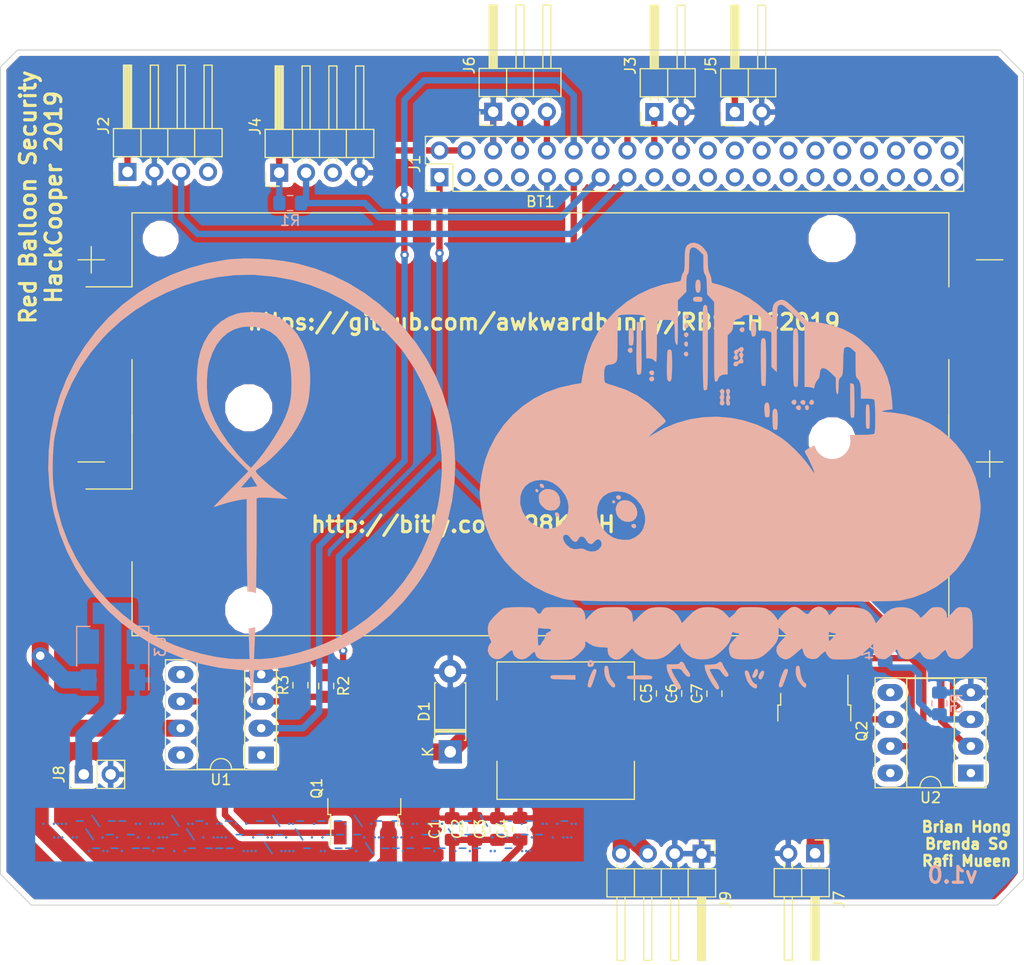
<source format=kicad_pcb>
(kicad_pcb (version 20171130) (host pcbnew 5.0.2-bee76a0~70~ubuntu18.04.1)
  (layers (0 F.Cu signal) (31 B.Cu signal) (34 B.Paste user) (35 F.Paste user) (36 B.SilkS user) (37 F.SilkS user) (38 B.Mask user) (39 F.Mask user) (44 Edge.Cuts user))
  (net 0 "")
  (net 1 GND)
  (net 2 +7.5V)
  (net 3 "Net-(C5-Pad1)")
  (net 4 "Net-(D1-Pad1)")
  (net 5 +3V3)
  (net 6 +5V)
  (net 7 "Net-(J1-Pad3)")
  (net 8 "Net-(J1-Pad5)")
  (net 9 "Net-(J1-Pad7)")
  (net 10 /UART_TX_WHT)
  (net 11 /UART_RX_GRN)
  (net 12 /Fan_On)
  (net 13 /PWM0)
  (net 14 /Alarm_PWM)
  (net 15 /Smoke_D)
  (net 16 /Temp_D)
  (net 17 "Net-(J1-Pad17)")
  (net 18 /LEDs)
  (net 19 "Net-(J1-Pad19)")
  (net 20 "Net-(J1-Pad21)")
  (net 21 "Net-(J1-Pad22)")
  (net 22 "Net-(J1-Pad23)")
  (net 23 "Net-(J1-Pad24)")
  (net 24 "Net-(J1-Pad25)")
  (net 25 "Net-(J1-Pad26)")
  (net 26 "Net-(J1-Pad27)")
  (net 27 "Net-(J1-Pad28)")
  (net 28 "Net-(J1-Pad29)")
  (net 29 "Net-(J1-Pad30)")
  (net 30 "Net-(J1-Pad31)")
  (net 31 "Net-(J1-Pad32)")
  (net 32 "Net-(J1-Pad33)")
  (net 33 "Net-(J1-Pad34)")
  (net 34 "Net-(J1-Pad35)")
  (net 35 "Net-(J1-Pad36)")
  (net 36 "Net-(J1-Pad37)")
  (net 37 "Net-(J1-Pad38)")
  (net 38 "Net-(J1-Pad39)")
  (net 39 "Net-(J1-Pad40)")
  (net 40 /Smoke_A)
  (net 41 "Net-(J4-Pad3)")
  (net 42 "Net-(J7-Pad1)")
  (net 43 "Net-(J8-Pad1)")
  (net 44 /HV_PWM)
  (net 45 /HV_FAN)
  (net 46 "Net-(R2-Pad2)")
  (net 47 "Net-(R4-Pad2)")
  (net 48 "Net-(U1-Pad8)")
  (net 49 "Net-(U1-Pad5)")
  (net 50 "Net-(U1-Pad1)")
  (net 51 "Net-(U2-Pad1)")
  (net 52 "Net-(U2-Pad5)")
  (net 53 "Net-(U2-Pad8)")
  (net 54 "Net-(BT1-Pad2)")
  (module custom:Keystone_1048_2x18650 (layer F.Cu) (at 117.602 99.822)
    (fp_text reference BT1 (at 0 -21.0631) (layer F.SilkS))
    (fp_text value Battery_Cell)
    (pad 4 smd rect (at 39.33 9.5631) (size 7.34 6.35) (layers F.Cu F.Paste F.Mask) (net 54 "Net-(BT1-Pad2)"))
    (pad "" np_thru_hole circle (at 27.6 1.5631) (size 3.45 3.45) (drill 3.45) (layers *.Cu *.Mask))
    (pad 3 smd rect (at -39.33 9.5631) (size 7.34 6.35) (layers F.Cu F.Paste F.Mask) (net 1 GND))
    (pad "" np_thru_hole circle (at -27.6 17.5631) (size 3.45 3.45) (drill 3.45) (layers *.Cu *.Mask))
    (pad 1 smd rect (at -39.33 -9.5631) (size 7.34 6.35) (layers F.Cu F.Paste F.Mask) (net 2 +7.5V))
    (pad 2 smd rect (at 39.33 -9.5631) (size 7.34 6.35) (layers F.Cu F.Paste F.Mask) (net 54 "Net-(BT1-Pad2)"))
    (pad "" np_thru_hole circle (at 27.6 -17.5631) (size 3.45 3.45) (drill 3.45) (layers *.Cu *.Mask))
    (pad "" np_thru_hole circle (at -27.6 -1.5631) (size 3.45 3.45) (drill 3.45) (layers *.Cu *.Mask))
    (pad "" np_thru_hole circle (at -35.93 -17.5631) (size 2.39 2.39) (drill 2.39) (layers *.Cu *.Mask))
  )
  (module Capacitor_SMD:C_0805_2012Metric_Pad1.15x1.40mm_HandSolder (layer F.Cu) (at 109.2454 138.1088 90)
    (fp_text reference C1 (at 0 -1.65 90) (layer F.SilkS))
    (fp_text value 47u)
    (pad 2 smd roundrect (at 1.025 0 90) (size 1.15 1.4) (layers F.Cu F.Paste F.Mask) (roundrect_rratio 0.217391) (net 1 GND))
    (pad 1 smd roundrect (at -1.025 0 90) (size 1.15 1.4) (layers F.Cu F.Paste F.Mask) (roundrect_rratio 0.217391) (net 2 +7.5V))
  )
  (module Capacitor_SMD:C_0805_2012Metric_Pad1.15x1.40mm_HandSolder (layer F.Cu) (at 111.4044 138.0998 90)
    (fp_text reference C2 (at 0 -1.65 90) (layer F.SilkS))
    (fp_text value 47u)
    (pad 1 smd roundrect (at -1.025 0 90) (size 1.15 1.4) (layers F.Cu F.Paste F.Mask) (roundrect_rratio 0.217391) (net 2 +7.5V))
    (pad 2 smd roundrect (at 1.025 0 90) (size 1.15 1.4) (layers F.Cu F.Paste F.Mask) (roundrect_rratio 0.217391) (net 1 GND))
  )
  (module Capacitor_SMD:C_0805_2012Metric_Pad1.15x1.40mm_HandSolder (layer F.Cu) (at 113.538 138.1088 90)
    (fp_text reference C3 (at 0 -1.65 90) (layer F.SilkS))
    (fp_text value 10u)
    (pad 2 smd roundrect (at 1.025 0 90) (size 1.15 1.4) (layers F.Cu F.Paste F.Mask) (roundrect_rratio 0.217391) (net 1 GND))
    (pad 1 smd roundrect (at -1.025 0 90) (size 1.15 1.4) (layers F.Cu F.Paste F.Mask) (roundrect_rratio 0.217391) (net 2 +7.5V))
  )
  (module Capacitor_SMD:C_0805_2012Metric_Pad1.15x1.40mm_HandSolder (layer F.Cu) (at 115.6716 138.0834 90)
    (fp_text reference C4 (at 0 -1.65 90) (layer F.SilkS))
    (fp_text value 10u)
    (pad 1 smd roundrect (at -1.025 0 90) (size 1.15 1.4) (layers F.Cu F.Paste F.Mask) (roundrect_rratio 0.217391) (net 2 +7.5V))
    (pad 2 smd roundrect (at 1.025 0 90) (size 1.15 1.4) (layers F.Cu F.Paste F.Mask) (roundrect_rratio 0.217391) (net 1 GND))
  )
  (module Capacitor_SMD:C_0805_2012Metric_Pad1.15x1.40mm_HandSolder (layer F.Cu) (at 129.286 125.2892 90)
    (fp_text reference C5 (at 0 -1.65 90) (layer F.SilkS))
    (fp_text value 10u)
    (pad 1 smd roundrect (at -1.025 0 90) (size 1.15 1.4) (layers F.Cu F.Paste F.Mask) (roundrect_rratio 0.217391) (net 3 "Net-(C5-Pad1)"))
    (pad 2 smd roundrect (at 1.025 0 90) (size 1.15 1.4) (layers F.Cu F.Paste F.Mask) (roundrect_rratio 0.217391) (net 1 GND))
  )
  (module Capacitor_SMD:C_0805_2012Metric_Pad1.15x1.40mm_HandSolder (layer F.Cu) (at 131.6736 125.2892 90)
    (fp_text reference C6 (at 0 -1.65 90) (layer F.SilkS))
    (fp_text value 10u)
    (pad 2 smd roundrect (at 1.025 0 90) (size 1.15 1.4) (layers F.Cu F.Paste F.Mask) (roundrect_rratio 0.217391) (net 1 GND))
    (pad 1 smd roundrect (at -1.025 0 90) (size 1.15 1.4) (layers F.Cu F.Paste F.Mask) (roundrect_rratio 0.217391) (net 3 "Net-(C5-Pad1)"))
  )
  (module Capacitor_SMD:C_0805_2012Metric_Pad1.15x1.40mm_HandSolder (layer F.Cu) (at 134.0612 125.3072 90)
    (fp_text reference C7 (at 0 -1.65 90) (layer F.SilkS))
    (fp_text value 10u)
    (pad 1 smd roundrect (at -1.025 0 90) (size 1.15 1.4) (layers F.Cu F.Paste F.Mask) (roundrect_rratio 0.217391) (net 3 "Net-(C5-Pad1)"))
    (pad 2 smd roundrect (at 1.025 0 90) (size 1.15 1.4) (layers F.Cu F.Paste F.Mask) (roundrect_rratio 0.217391) (net 1 GND))
  )
  (module Diode_THT:D_DO-41_SOD81_P7.62mm_Horizontal (layer F.Cu) (at 109.0676 130.81 90)
    (fp_text reference D1 (at 3.81 -2.47 90) (layer F.SilkS))
    (fp_text value D)
    (fp_text user K (at 0 -2.1 90) (layer F.SilkS))
    (pad 1 thru_hole rect (at 0 0 90) (size 2.2 2.2) (drill 1.1) (layers *.Cu *.Mask) (net 4 "Net-(D1-Pad1)"))
    (pad 2 thru_hole oval (at 7.62 0 90) (size 2.2 2.2) (drill 1.1) (layers *.Cu *.Mask) (net 1 GND))
  )
  (module Connector_PinHeader_2.54mm:PinHeader_2x20_P2.54mm_Vertical (layer F.Cu) (at 108.0516 76.454 90)
    (fp_text reference J1 (at 1.27 -2.33 90) (layer F.SilkS))
    (fp_text value RPi_Header)
    (pad 1 thru_hole rect (at 0 0 90) (size 1.7 1.7) (drill 1) (layers *.Cu *.Mask) (net 5 +3V3))
    (pad 2 thru_hole oval (at 2.54 0 90) (size 1.7 1.7) (drill 1) (layers *.Cu *.Mask) (net 6 +5V))
    (pad 3 thru_hole oval (at 0 2.54 90) (size 1.7 1.7) (drill 1) (layers *.Cu *.Mask) (net 7 "Net-(J1-Pad3)"))
    (pad 4 thru_hole oval (at 2.54 2.54 90) (size 1.7 1.7) (drill 1) (layers *.Cu *.Mask) (net 6 +5V))
    (pad 5 thru_hole oval (at 0 5.08 90) (size 1.7 1.7) (drill 1) (layers *.Cu *.Mask) (net 8 "Net-(J1-Pad5)"))
    (pad 6 thru_hole oval (at 2.54 5.08 90) (size 1.7 1.7) (drill 1) (layers *.Cu *.Mask) (net 1 GND))
    (pad 7 thru_hole oval (at 0 7.62 90) (size 1.7 1.7) (drill 1) (layers *.Cu *.Mask) (net 9 "Net-(J1-Pad7)"))
    (pad 8 thru_hole oval (at 2.54 7.62 90) (size 1.7 1.7) (drill 1) (layers *.Cu *.Mask) (net 10 /UART_TX_WHT))
    (pad 9 thru_hole oval (at 0 10.16 90) (size 1.7 1.7) (drill 1) (layers *.Cu *.Mask) (net 1 GND))
    (pad 10 thru_hole oval (at 2.54 10.16 90) (size 1.7 1.7) (drill 1) (layers *.Cu *.Mask) (net 11 /UART_RX_GRN))
    (pad 11 thru_hole oval (at 0 12.7 90) (size 1.7 1.7) (drill 1) (layers *.Cu *.Mask) (net 12 /Fan_On))
    (pad 12 thru_hole oval (at 2.54 12.7 90) (size 1.7 1.7) (drill 1) (layers *.Cu *.Mask) (net 13 /PWM0))
    (pad 13 thru_hole oval (at 0 15.24 90) (size 1.7 1.7) (drill 1) (layers *.Cu *.Mask) (net 16 /Temp_D))
    (pad 14 thru_hole oval (at 2.54 15.24 90) (size 1.7 1.7) (drill 1) (layers *.Cu *.Mask) (net 1 GND))
    (pad 15 thru_hole oval (at 0 17.78 90) (size 1.7 1.7) (drill 1) (layers *.Cu *.Mask) (net 15 /Smoke_D))
    (pad 16 thru_hole oval (at 2.54 17.78 90) (size 1.7 1.7) (drill 1) (layers *.Cu *.Mask) (net 14 /Alarm_PWM))
    (pad 17 thru_hole oval (at 0 20.32 90) (size 1.7 1.7) (drill 1) (layers *.Cu *.Mask) (net 17 "Net-(J1-Pad17)"))
    (pad 18 thru_hole oval (at 2.54 20.32 90) (size 1.7 1.7) (drill 1) (layers *.Cu *.Mask) (net 18 /LEDs))
    (pad 19 thru_hole oval (at 0 22.86 90) (size 1.7 1.7) (drill 1) (layers *.Cu *.Mask) (net 19 "Net-(J1-Pad19)"))
    (pad 20 thru_hole oval (at 2.54 22.86 90) (size 1.7 1.7) (drill 1) (layers *.Cu *.Mask) (net 1 GND))
    (pad 21 thru_hole oval (at 0 25.4 90) (size 1.7 1.7) (drill 1) (layers *.Cu *.Mask) (net 20 "Net-(J1-Pad21)"))
    (pad 22 thru_hole oval (at 2.54 25.4 90) (size 1.7 1.7) (drill 1) (layers *.Cu *.Mask) (net 21 "Net-(J1-Pad22)"))
    (pad 23 thru_hole oval (at 0 27.94 90) (size 1.7 1.7) (drill 1) (layers *.Cu *.Mask) (net 22 "Net-(J1-Pad23)"))
    (pad 24 thru_hole oval (at 2.54 27.94 90) (size 1.7 1.7) (drill 1) (layers *.Cu *.Mask) (net 23 "Net-(J1-Pad24)"))
    (pad 25 thru_hole oval (at 0 30.48 90) (size 1.7 1.7) (drill 1) (layers *.Cu *.Mask) (net 24 "Net-(J1-Pad25)"))
    (pad 26 thru_hole oval (at 2.54 30.48 90) (size 1.7 1.7) (drill 1) (layers *.Cu *.Mask) (net 25 "Net-(J1-Pad26)"))
    (pad 27 thru_hole oval (at 0 33.02 90) (size 1.7 1.7) (drill 1) (layers *.Cu *.Mask) (net 26 "Net-(J1-Pad27)"))
    (pad 28 thru_hole oval (at 2.54 33.02 90) (size 1.7 1.7) (drill 1) (layers *.Cu *.Mask) (net 27 "Net-(J1-Pad28)"))
    (pad 29 thru_hole oval (at 0 35.56 90) (size 1.7 1.7) (drill 1) (layers *.Cu *.Mask) (net 28 "Net-(J1-Pad29)"))
    (pad 30 thru_hole oval (at 2.54 35.56 90) (size 1.7 1.7) (drill 1) (layers *.Cu *.Mask) (net 29 "Net-(J1-Pad30)"))
    (pad 31 thru_hole oval (at 0 38.1 90) (size 1.7 1.7) (drill 1) (layers *.Cu *.Mask) (net 30 "Net-(J1-Pad31)"))
    (pad 32 thru_hole oval (at 2.54 38.1 90) (size 1.7 1.7) (drill 1) (layers *.Cu *.Mask) (net 31 "Net-(J1-Pad32)"))
    (pad 33 thru_hole oval (at 0 40.64 90) (size 1.7 1.7) (drill 1) (layers *.Cu *.Mask) (net 32 "Net-(J1-Pad33)"))
    (pad 34 thru_hole oval (at 2.54 40.64 90) (size 1.7 1.7) (drill 1) (layers *.Cu *.Mask) (net 33 "Net-(J1-Pad34)"))
    (pad 35 thru_hole oval (at 0 43.18 90) (size 1.7 1.7) (drill 1) (layers *.Cu *.Mask) (net 34 "Net-(J1-Pad35)"))
    (pad 36 thru_hole oval (at 2.54 43.18 90) (size 1.7 1.7) (drill 1) (layers *.Cu *.Mask) (net 35 "Net-(J1-Pad36)"))
    (pad 37 thru_hole oval (at 0 45.72 90) (size 1.7 1.7) (drill 1) (layers *.Cu *.Mask) (net 36 "Net-(J1-Pad37)"))
    (pad 38 thru_hole oval (at 2.54 45.72 90) (size 1.7 1.7) (drill 1) (layers *.Cu *.Mask) (net 37 "Net-(J1-Pad38)"))
    (pad 39 thru_hole oval (at 0 48.26 90) (size 1.7 1.7) (drill 1) (layers *.Cu *.Mask) (net 38 "Net-(J1-Pad39)"))
    (pad 40 thru_hole oval (at 2.54 48.26 90) (size 1.7 1.7) (drill 1) (layers *.Cu *.Mask) (net 39 "Net-(J1-Pad40)"))
  )
  (module Connector_PinHeader_2.54mm:PinHeader_1x04_P2.54mm_Horizontal (layer F.Cu) (at 78.5368 75.946 90)
    (fp_text reference J2 (at 4.385 -2.27 90) (layer F.SilkS))
    (fp_text value Smoke_Sensor)
    (pad 1 thru_hole rect (at 0 0 90) (size 1.7 1.7) (drill 1) (layers *.Cu *.Mask) (net 6 +5V))
    (pad 2 thru_hole oval (at 0 2.54 90) (size 1.7 1.7) (drill 1) (layers *.Cu *.Mask) (net 1 GND))
    (pad 3 thru_hole oval (at 0 5.08 90) (size 1.7 1.7) (drill 1) (layers *.Cu *.Mask) (net 15 /Smoke_D))
    (pad 4 thru_hole oval (at 0 7.62 90) (size 1.7 1.7) (drill 1) (layers *.Cu *.Mask) (net 40 /Smoke_A))
  )
  (module Connector_PinHeader_2.54mm:PinHeader_1x02_P2.54mm_Horizontal (layer F.Cu) (at 128.3716 70.2818 90)
    (fp_text reference J3 (at 4.385 -2.27 90) (layer F.SilkS))
    (fp_text value LEDs)
    (pad 2 thru_hole oval (at 0 2.54 90) (size 1.7 1.7) (drill 1) (layers *.Cu *.Mask) (net 1 GND))
    (pad 1 thru_hole rect (at 0 0 90) (size 1.7 1.7) (drill 1) (layers *.Cu *.Mask) (net 18 /LEDs))
  )
  (module Connector_PinHeader_2.54mm:PinHeader_1x04_P2.54mm_Horizontal (layer F.Cu) (at 92.8878 76.0222 90)
    (fp_text reference J4 (at 4.385 -2.27 90) (layer F.SilkS))
    (fp_text value Temp_Sensor)
    (pad 1 thru_hole rect (at 0 0 90) (size 1.7 1.7) (drill 1) (layers *.Cu *.Mask) (net 6 +5V))
    (pad 2 thru_hole oval (at 0 2.54 90) (size 1.7 1.7) (drill 1) (layers *.Cu *.Mask) (net 16 /Temp_D))
    (pad 3 thru_hole oval (at 0 5.08 90) (size 1.7 1.7) (drill 1) (layers *.Cu *.Mask) (net 41 "Net-(J4-Pad3)"))
    (pad 4 thru_hole oval (at 0 7.62 90) (size 1.7 1.7) (drill 1) (layers *.Cu *.Mask) (net 1 GND))
  )
  (module Connector_PinHeader_2.54mm:PinHeader_1x02_P2.54mm_Horizontal (layer F.Cu) (at 135.9916 70.2818 90)
    (fp_text reference J5 (at 4.385 -2.27 90) (layer F.SilkS))
    (fp_text value Alarm)
    (pad 1 thru_hole rect (at 0 0 90) (size 1.7 1.7) (drill 1) (layers *.Cu *.Mask) (net 14 /Alarm_PWM))
    (pad 2 thru_hole oval (at 0 2.54 90) (size 1.7 1.7) (drill 1) (layers *.Cu *.Mask) (net 1 GND))
  )
  (module Connector_PinHeader_2.54mm:PinHeader_1x03_P2.54mm_Horizontal (layer F.Cu) (at 113.1316 70.2564 90)
    (fp_text reference J6 (at 4.385 -2.27 90) (layer F.SilkS))
    (fp_text value Conn_01x03)
    (pad 1 thru_hole rect (at 0 0 90) (size 1.7 1.7) (drill 1) (layers *.Cu *.Mask) (net 1 GND))
    (pad 2 thru_hole oval (at 0 2.54 90) (size 1.7 1.7) (drill 1) (layers *.Cu *.Mask) (net 10 /UART_TX_WHT))
    (pad 3 thru_hole oval (at 0 5.08 90) (size 1.7 1.7) (drill 1) (layers *.Cu *.Mask) (net 11 /UART_RX_GRN))
  )
  (module Connector_PinHeader_2.54mm:PinHeader_1x02_P2.54mm_Horizontal (layer F.Cu) (at 143.5862 140.4112 270)
    (fp_text reference J7 (at 4.385 -2.27 270) (layer F.SilkS))
    (fp_text value Fan_Power)
    (pad 1 thru_hole rect (at 0 0 270) (size 1.7 1.7) (drill 1) (layers *.Cu *.Mask) (net 42 "Net-(J7-Pad1)"))
    (pad 2 thru_hole oval (at 0 2.54 270) (size 1.7 1.7) (drill 1) (layers *.Cu *.Mask) (net 1 GND))
  )
  (module Connector_PinHeader_2.54mm:PinHeader_1x02_P2.54mm_Vertical (layer F.Cu) (at 74.3966 132.9436 90)
    (fp_text reference J8 (at 0 -2.33 90) (layer F.SilkS))
    (fp_text value USB_Power)
    (pad 1 thru_hole rect (at 0 0 90) (size 1.7 1.7) (drill 1) (layers *.Cu *.Mask) (net 43 "Net-(J8-Pad1)"))
    (pad 2 thru_hole oval (at 0 2.54 90) (size 1.7 1.7) (drill 1) (layers *.Cu *.Mask) (net 1 GND))
  )
  (module Connector_PinHeader_2.54mm:PinHeader_1x04_P2.54mm_Horizontal (layer F.Cu) (at 132.842 140.4366 270)
    (fp_text reference J9 (at 4.385 -2.27 270) (layer F.SilkS))
    (fp_text value Coil)
    (pad 4 thru_hole oval (at 0 7.62 270) (size 1.7 1.7) (drill 1) (layers *.Cu *.Mask) (net 3 "Net-(C5-Pad1)"))
    (pad 3 thru_hole oval (at 0 5.08 270) (size 1.7 1.7) (drill 1) (layers *.Cu *.Mask) (net 3 "Net-(C5-Pad1)"))
    (pad 2 thru_hole oval (at 0 2.54 270) (size 1.7 1.7) (drill 1) (layers *.Cu *.Mask) (net 1 GND))
    (pad 1 thru_hole rect (at 0 0 270) (size 1.7 1.7) (drill 1) (layers *.Cu *.Mask) (net 1 GND))
  )
  (module Inductor_SMD:L_Wuerth_HCI-1365 (layer F.Cu) (at 119.9896 128.8034)
    (fp_text reference L1 (at 0 -7.4) (layer F.SilkS))
    (fp_text value 10u)
    (pad 1 smd rect (at -5.25 0) (size 4.5 5) (layers F.Cu F.Paste F.Mask) (net 4 "Net-(D1-Pad1)"))
    (pad 2 smd rect (at 5.25 0) (size 4.5 5) (layers F.Cu F.Paste F.Mask) (net 3 "Net-(C5-Pad1)"))
  )
  (module Package_TO_SOT_SMD:TO-252-2 (layer F.Cu) (at 100.9396 134.2644 90)
    (fp_text reference Q1 (at 0 -4.5 90) (layer F.SilkS))
    (fp_text value Q_PMOS_GDS)
    (pad 1 smd rect (at -4.2 -2.28 90) (size 2.2 1.2) (layers F.Cu F.Paste F.Mask) (net 44 /HV_PWM))
    (pad 3 smd rect (at -4.2 2.28 90) (size 2.2 1.2) (layers F.Cu F.Paste F.Mask) (net 2 +7.5V))
    (pad 2 smd rect (at 2.1 0 90) (size 6.4 5.8) (layers F.Cu F.Mask) (net 4 "Net-(D1-Pad1)"))
  )
  (module Package_TO_SOT_SMD:TO-252-2 (layer F.Cu) (at 143.51 128.8542 270)
    (fp_text reference Q2 (at 0 -4.5 270) (layer F.SilkS))
    (fp_text value Q_PMOS_GDS)
    (pad 2 smd rect (at 2.1 0 270) (size 6.4 5.8) (layers F.Cu F.Mask) (net 42 "Net-(J7-Pad1)"))
    (pad 3 smd rect (at -4.2 2.28 270) (size 2.2 1.2) (layers F.Cu F.Paste F.Mask) (net 2 +7.5V))
    (pad 1 smd rect (at -4.2 -2.28 270) (size 2.2 1.2) (layers F.Cu F.Paste F.Mask) (net 45 /HV_FAN))
  )
  (module Resistor_SMD:R_0805_2012Metric_Pad1.15x1.40mm_HandSolder (layer B.Cu) (at 93.9202 78.8924)
    (fp_text reference R1 (at 0 1.65) (layer B.SilkS) (effects (justify mirror)))
    (fp_text value 10k)
    (pad 2 smd roundrect (at 1.025 0) (size 1.15 1.4) (layers B.Cu B.Paste B.Mask) (roundrect_rratio 0.217391) (net 16 /Temp_D))
    (pad 1 smd roundrect (at -1.025 0) (size 1.15 1.4) (layers B.Cu B.Paste B.Mask) (roundrect_rratio 0.217391) (net 6 +5V))
  )
  (module Resistor_SMD:R_0805_2012Metric_Pad1.15x1.40mm_HandSolder (layer F.Cu) (at 97.3328 124.578 270)
    (fp_text reference R2 (at 0 -1.65 270) (layer F.SilkS))
    (fp_text value 10k)
    (pad 1 smd roundrect (at -1.025 0 270) (size 1.15 1.4) (layers F.Cu F.Paste F.Mask) (roundrect_rratio 0.217391) (net 5 +3V3))
    (pad 2 smd roundrect (at 1.025 0 270) (size 1.15 1.4) (layers F.Cu F.Paste F.Mask) (roundrect_rratio 0.217391) (net 46 "Net-(R2-Pad2)"))
  )
  (module Resistor_SMD:R_0805_2012Metric_Pad1.15x1.40mm_HandSolder (layer F.Cu) (at 94.8944 124.5018 90)
    (fp_text reference R3 (at 0 -1.65 90) (layer F.SilkS))
    (fp_text value 10k)
    (pad 2 smd roundrect (at 1.025 0 90) (size 1.15 1.4) (layers F.Cu F.Paste F.Mask) (roundrect_rratio 0.217391) (net 1 GND))
    (pad 1 smd roundrect (at -1.025 0 90) (size 1.15 1.4) (layers F.Cu F.Paste F.Mask) (roundrect_rratio 0.217391) (net 46 "Net-(R2-Pad2)"))
  )
  (module Resistor_SMD:R_0805_2012Metric_Pad1.15x1.40mm_HandSolder (layer B.Cu) (at 150.2156 121.1924 270)
    (fp_text reference R4 (at 0 1.65 270) (layer B.SilkS) (effects (justify mirror)))
    (fp_text value 10k)
    (pad 1 smd roundrect (at -1.025 0 270) (size 1.15 1.4) (layers B.Cu B.Paste B.Mask) (roundrect_rratio 0.217391) (net 5 +3V3))
    (pad 2 smd roundrect (at 1.025 0 270) (size 1.15 1.4) (layers B.Cu B.Paste B.Mask) (roundrect_rratio 0.217391) (net 47 "Net-(R4-Pad2)"))
  )
  (module Resistor_SMD:R_0805_2012Metric_Pad1.15x1.40mm_HandSolder (layer B.Cu) (at 155.3464 126.229 90)
    (fp_text reference R5 (at 0 1.65 90) (layer B.SilkS) (effects (justify mirror)))
    (fp_text value 10k)
    (pad 1 smd roundrect (at -1.025 0 90) (size 1.15 1.4) (layers B.Cu B.Paste B.Mask) (roundrect_rratio 0.217391) (net 47 "Net-(R4-Pad2)"))
    (pad 2 smd roundrect (at 1.025 0 90) (size 1.15 1.4) (layers B.Cu B.Paste B.Mask) (roundrect_rratio 0.217391) (net 1 GND))
  )
  (module Package_DIP:DIP-8_W7.62mm_Socket_LongPads (layer F.Cu) (at 91.186 131.1148 180)
    (fp_text reference U1 (at 3.81 -2.33 180) (layer F.SilkS))
    (fp_text value LM741)
    (pad 8 thru_hole oval (at 7.62 0 180) (size 2.4 1.6) (drill 0.8) (layers *.Cu *.Mask) (net 48 "Net-(U1-Pad8)"))
    (pad 4 thru_hole oval (at 0 7.62 180) (size 2.4 1.6) (drill 0.8) (layers *.Cu *.Mask) (net 1 GND))
    (pad 7 thru_hole oval (at 7.62 2.54 180) (size 2.4 1.6) (drill 0.8) (layers *.Cu *.Mask) (net 2 +7.5V))
    (pad 3 thru_hole oval (at 0 5.08 180) (size 2.4 1.6) (drill 0.8) (layers *.Cu *.Mask) (net 46 "Net-(R2-Pad2)"))
    (pad 6 thru_hole oval (at 7.62 5.08 180) (size 2.4 1.6) (drill 0.8) (layers *.Cu *.Mask) (net 44 /HV_PWM))
    (pad 2 thru_hole oval (at 0 2.54 180) (size 2.4 1.6) (drill 0.8) (layers *.Cu *.Mask) (net 13 /PWM0))
    (pad 5 thru_hole oval (at 7.62 7.62 180) (size 2.4 1.6) (drill 0.8) (layers *.Cu *.Mask) (net 49 "Net-(U1-Pad5)"))
    (pad 1 thru_hole rect (at 0 0 180) (size 2.4 1.6) (drill 0.8) (layers *.Cu *.Mask) (net 50 "Net-(U1-Pad1)"))
  )
  (module Package_DIP:DIP-8_W7.62mm_Socket_LongPads (layer F.Cu) (at 158.3182 132.8166 180)
    (fp_text reference U2 (at 3.81 -2.33 180) (layer F.SilkS))
    (fp_text value LM741)
    (pad 1 thru_hole rect (at 0 0 180) (size 2.4 1.6) (drill 0.8) (layers *.Cu *.Mask) (net 51 "Net-(U2-Pad1)"))
    (pad 5 thru_hole oval (at 7.62 7.62 180) (size 2.4 1.6) (drill 0.8) (layers *.Cu *.Mask) (net 52 "Net-(U2-Pad5)"))
    (pad 2 thru_hole oval (at 0 2.54 180) (size 2.4 1.6) (drill 0.8) (layers *.Cu *.Mask) (net 12 /Fan_On))
    (pad 6 thru_hole oval (at 7.62 5.08 180) (size 2.4 1.6) (drill 0.8) (layers *.Cu *.Mask) (net 45 /HV_FAN))
    (pad 3 thru_hole oval (at 0 5.08 180) (size 2.4 1.6) (drill 0.8) (layers *.Cu *.Mask) (net 47 "Net-(R4-Pad2)"))
    (pad 7 thru_hole oval (at 7.62 2.54 180) (size 2.4 1.6) (drill 0.8) (layers *.Cu *.Mask) (net 2 +7.5V))
    (pad 4 thru_hole oval (at 0 7.62 180) (size 2.4 1.6) (drill 0.8) (layers *.Cu *.Mask) (net 1 GND))
    (pad 8 thru_hole oval (at 7.62 0 180) (size 2.4 1.6) (drill 0.8) (layers *.Cu *.Mask) (net 53 "Net-(U2-Pad8)"))
  )
  (module Package_TO_SOT_SMD:SOT-223-3_TabPin2 (layer B.Cu) (at 77.1398 120.8532 90)
    (fp_text reference U3 (at 0 4.5 90) (layer B.SilkS) (effects (justify mirror)))
    (fp_text value NCP1117)
    (pad 2 smd rect (at 3.15 0 90) (size 2 3.8) (layers B.Cu B.Paste B.Mask) (net 43 "Net-(J8-Pad1)"))
    (pad 2 smd rect (at -3.15 0 90) (size 2 1.5) (layers B.Cu B.Paste B.Mask) (net 43 "Net-(J8-Pad1)"))
    (pad 3 smd rect (at -3.15 -2.3 90) (size 2 1.5) (layers B.Cu B.Paste B.Mask) (net 2 +7.5V))
    (pad 1 smd rect (at -3.15 2.3 90) (size 2 1.5) (layers B.Cu B.Paste B.Mask) (net 1 GND))
  )
  (module Symbol:OSHW-Logo_5.7x6mm_Copper (layer F.Cu) (at 149.86 139.6746)
    (fp_text reference REF** hide)
    (fp_text value OSHW-Logo_5.7x6mm_Copper hide)
    (fp_poly (pts (xy 0.376964 -2.709982) (xy 0.433812 -2.40843) (xy 0.853338 -2.235488) (xy 1.104984 -2.406605) (xy 1.175458 -2.45425) (xy 1.239163 -2.49679) (xy 1.293126 -2.532285) (xy 1.334373 -2.55879) (xy 1.359934 -2.574364) (xy 1.366895 -2.577722) (xy 1.379435 -2.569086) (xy 1.406231 -2.545208) (xy 1.44428 -2.509141) (xy 1.490579 -2.463933) (xy 1.542123 -2.412636) (xy 1.595909 -2.358299) (xy 1.648935 -2.303972) (xy 1.698195 -2.252705) (xy 1.740687 -2.207549) (xy 1.773407 -2.171554) (xy 1.793351 -2.14777) (xy 1.798119 -2.13981) (xy 1.791257 -2.125135) (xy 1.77202 -2.092986) (xy 1.74243 -2.046508) (xy 1.70451 -1.988844) (xy 1.660282 -1.92314) (xy 1.634654 -1.885664) (xy 1.587941 -1.817232) (xy 1.546432 -1.75548) (xy 1.51214 -1.703481) (xy 1.48708 -1.664308) (xy 1.473264 -1.641035) (xy 1.471188 -1.636145) (xy 1.475895 -1.622245) (xy 1.488723 -1.58985) (xy 1.507738 -1.543515) (xy 1.531003 -1.487794) (xy 1.556584 -1.427242) (xy 1.582545 -1.366414) (xy 1.60695 -1.309864) (xy 1.627863 -1.262148) (xy 1.643349 -1.227819) (xy 1.651472 -1.211432) (xy 1.651952 -1.210788) (xy 1.664707 -1.207659) (xy 1.698677 -1.200679) (xy 1.75034 -1.190533) (xy 1.816176 -1.177908) (xy 1.892664 -1.163491) (xy 1.93729 -1.155177) (xy 2.019021 -1.139616) (xy 2.092843 -1.124808) (xy 2.155021 -1.111564) (xy 2.201822 -1.100695) (xy 2.229509 -1.093011) (xy 2.235074 -1.090573) (xy 2.240526 -1.07407) (xy 2.244924 -1.0368) (xy 2.248272 -0.98312) (xy 2.250574 -0.917388) (xy 2.251832 -0.843963) (xy 2.252048 -0.767204) (xy 2.251227 -0.691468) (xy 2.249371 -0.621114) (xy 2.246482 -0.5605) (xy 2.242565 -0.513984) (xy 2.237622 -0.485925) (xy 2.234657 -0.480084) (xy 2.216934 -0.473083) (xy 2.179381 -0.463073) (xy 2.126964 -0.451231) (xy 2.064652 -0.438733) (xy 2.0429 -0.43469) (xy 1.938024 -0.41548) (xy 1.85518 -0.400009) (xy 1.79163 -0.387663) (xy 1.744637 -0.377827) (xy 1.711463 -0.369886) (xy 1.689371 -0.363224) (xy 1.675624 -0.357227) (xy 1.667484 -0.351281) (xy 1.666345 -0.350106) (xy 1.654977 -0.331174) (xy 1.637635 -0.294331) (xy 1.61605 -0.244087) (xy 1.591954 -0.184954) (xy 1.567079 -0.121444) (xy 1.543157 -0.058068) (xy 1.521919 0.000662) (xy 1.505097 0.050235) (xy 1.494422 0.086139) (xy 1.491627 0.103862) (xy 1.49186 0.104483) (xy 1.501331 0.11897) (xy 1.522818 0.150844) (xy 1.554063 0.196789) (xy 1.592807 0.253485) (xy 1.636793 0.317617) (xy 1.649319 0.335842) (xy 1.693984 0.401914) (xy 1.733288 0.4622) (xy 1.765088 0.513235) (xy 1.787245 0.55156) (xy 1.797617 0.573711) (xy 1.798119 0.576432) (xy 1.789405 0.590736) (xy 1.765325 0.619072) (xy 1.728976 0.658396) (xy 1.683453 0.705661) (xy 1.631852 0.757823) (xy 1.577267 0.811835) (xy 1.522794 0.864653) (xy 1.471529 0.913231) (xy 1.426567 0.954523) (xy 1.391004 0.985485) (xy 1.367935 1.00307) (xy 1.361554 1.005941) (xy 1.346699 0.999178) (xy 1.316286 0.980939) (xy 1.275268 0.954297) (xy 1.243709 0.932852) (xy 1.186525 0.893503) (xy 1.118806 0.847171) (xy 1.05088 0.800913) (xy 1.014361 0.776155) (xy 0.890752 0.692547) (xy 0.786991 0.74865) (xy 0.73972 0.773228) (xy 0.699523 0.792331) (xy 0.672326 0.803227) (xy 0.665402 0.804743) (xy 0.657077 0.793549) (xy 0.640654 0.761917) (xy 0.617357 0.712765) (xy 0.588414 0.64901) (xy 0.55505 0.573571) (xy 0.518491 0.489364) (xy 0.479964 0.399308) (xy 0.440694 0.306321) (xy 0.401908 0.21332) (xy 0.36483 0.123223) (xy 0.330689 0.038948) (xy 0.300708 -0.036587) (xy 0.276116 -0.100466) (xy 0.258136 -0.149769) (xy 0.247997 -0.181579) (xy 0.246366 -0.192504) (xy 0.259291 -0.206439) (xy 0.287589 -0.22906) (xy 0.325346 -0.255667) (xy 0.328515 -0.257772) (xy 0.4261 -0.335886) (xy 0.504786 -0.427018) (xy 0.563891 -0.528255) (xy 0.602732 -0.636682) (xy 0.620628 -0.749386) (xy 0.616897 -0.863452) (xy 0.590857 -0.975966) (xy 0.541825 -1.084015) (xy 0.5274 -1.107655) (xy 0.452369 -1.203113) (xy 0.36373 -1.279768) (xy 0.264549 -1.33722) (xy 0.157895 -1.375071) (xy 0.046836 -1.392922) (xy -0.065561 -1.390375) (xy -0.176227 -1.36703) (xy -0.282094 -1.32249) (xy -0.380095 -1.256355) (xy -0.41041 -1.229513) (xy -0.487562 -1.145488) (xy -0.543782 -1.057034) (xy -0.582347 -0.957885) (xy -0.603826 -0.859697) (xy -0.609128 -0.749303) (xy -0.591448 -0.63836) (xy -0.552581 -0.530619) (xy -0.494323 -0.429831) (xy -0.418469 -0.339744) (xy -0.326817 -0.264108) (xy -0.314772 -0.256136) (xy -0.276611 -0.230026) (xy -0.247601 -0.207405) (xy -0.233732 -0.192961) (xy -0.233531 -0.192504) (xy -0.236508 -0.176879) (xy -0.248311 -0.141418) (xy -0.267714 -0.089038) (xy -0.293488 -0.022655) (xy -0.324409 0.054814) (xy -0.359249 0.14045) (xy -0.396783 0.231337) (xy -0.435783 0.324559) (xy -0.475023 0.417197) (xy -0.513276 0.506335) (xy -0.549317 0.589055) (xy -0.581917 0.662441) (xy -0.609852 0.723575) (xy -0.631895 0.769541) (xy -0.646818 0.797421) (xy -0.652828 0.804743) (xy -0.671191 0.799041) (xy -0.705552 0.783749) (xy -0.749984 0.761599) (xy -0.774417 0.74865) (xy -0.878178 0.692547) (xy -1.001787 0.776155) (xy -1.064886 0.818987) (xy -1.13397 0.866122) (xy -1.198707 0.910503) (xy -1.231134 0.932852) (xy -1.276741 0.963477) (xy -1.31536 0.987747) (xy -1.341952 1.002587) (xy -1.35059 1.005724) (xy -1.363161 0.997261) (xy -1.390984 0.973636) (xy -1.431361 0.937302) (xy -1.481595 0.890711) (xy -1.538988 0.836317) (xy -1.575286 0.801392) (xy -1.63879 0.738996) (xy -1.693673 0.683188) (xy -1.737714 0.636354) (xy -1.768695 0.600882) (xy -1.784398 0.579161) (xy -1.785905 0.574752) (xy -1.778914 0.557985) (xy -1.759594 0.524082) (xy -1.730091 0.476476) (xy -1.692545 0.418599) (xy -1.6491 0.353884) (xy -1.636745 0.335842) (xy -1.591727 0.270267) (xy -1.55134 0.211228) (xy -1.51784 0.162042) (xy -1.493486 0.126028) (xy -1.480536 0.106502) (xy -1.479285 0.104483) (xy -1.481156 0.088922) (xy -1.491087 0.054709) (xy -1.507347 0.006355) (xy -1.528205 -0.051629) (xy -1.551927 -0.11473) (xy -1.576784 -0.178437) (xy -1.601042 -0.238239) (xy -1.622971 -0.289624) (xy -1.640838 -0.328081) (xy -1.652913 -0.349098) (xy -1.653771 -0.350106) (xy -1.661154 -0.356112) (xy -1.673625 -0.362052) (xy -1.69392 -0.36854) (xy -1.724778 -0.376191) (xy -1.768934 -0.38562) (xy -1.829126 -0.397441) (xy -1.908093 -0.412271) (xy -2.00857 -0.430723) (xy -2.030325 -0.43469) (xy -2.094802 -0.447147) (xy -2.151011 -0.459334) (xy -2.193987 -0.470074) (xy -2.21876 -0.478191) (xy -2.222082 -0.480084) (xy -2.227556 -0.496862) (xy -2.232006 -0.534355) (xy -2.235428 -0.588206) (xy -2.237819 -0.654056) (xy -2.239177 -0.727547) (xy -2.239499 -0.80432) (xy -2.238781 -0.880017) (xy -2.237021 -0.95028) (xy -2.234216 -1.01075) (xy -2.230362 -1.05707) (xy -2.225457 -1.084881) (xy -2.2225 -1.090573) (xy -2.206037 -1.096314) (xy -2.168551 -1.105655) (xy -2.113775 -1.117785) (xy -2.045445 -1.131893) (xy -1.967294 -1.14717) (xy -1.924716 -1.155177) (xy -1.843929 -1.170279) (xy -1.771887 -1.18396) (xy -1.712111 -1.195533) (xy -1.668121 -1.204313) (xy -1.643439 -1.209613) (xy -1.639377 -1.210788) (xy -1.632511 -1.224035) (xy -1.617998 -1.255943) (xy -1.597771 -1.301953) (xy -1.573766 -1.357508) (xy -1.547918 -1.418047) (xy -1.52216 -1.479014) (xy -1.498427 -1.535849) (xy -1.478654 -1.583994) (xy -1.464776 -1.61889) (xy -1.458726 -1.635979) (xy -1.458614 -1.636726) (xy -1.465472 -1.650207) (xy -1.484698 -1.68123) (xy -1.514272 -1.726711) (xy -1.552173 -1.783568) (xy -1.59638 -1.848717) (xy -1.622079 -1.886138) (xy -1.668907 -1.954753) (xy -1.710499 -2.017048) (xy -1.744825 -2.069871) (xy -1.769857 -2.110073) (xy -1.783565 -2.1345) (xy -1.785544 -2.139976) (xy -1.777034 -2.152722) (xy -1.753507 -2.179937) (xy -1.717968 -2.218572) (xy -1.673423 -2.265577) (xy -1.622877 -2.317905) (xy -1.569336 -2.372505) (xy -1.515805 -2.42633) (xy -1.465289 -2.47633) (xy -1.420794 -2.519457) (xy -1.385325 -2.552661) (xy -1.361887 -2.572894) (xy -1.354046 -2.577722) (xy -1.34128 -2.570933) (xy -1.310744 -2.551858) (xy -1.26541 -2.522439) (xy -1.208244 -2.484619) (xy -1.142216 -2.440339) (xy -1.09241 -2.406605) (xy -0.840764 -2.235488) (xy -0.631001 -2.321959) (xy -0.421237 -2.40843) (xy -0.364389 -2.709982) (xy -0.30754 -3.011534) (xy 0.320115 -3.011534) (xy 0.376964 -2.709982)) (layer F.Cu) (width 0.01))
    (fp_poly (pts (xy 1.79946 1.45803) (xy 1.842711 1.471245) (xy 1.870558 1.487941) (xy 1.879629 1.501145) (xy 1.877132 1.516797) (xy 1.860931 1.541385) (xy 1.847232 1.5588) (xy 1.818992 1.590283) (xy 1.797775 1.603529) (xy 1.779688 1.602664) (xy 1.726035 1.58901) (xy 1.68663 1.58963) (xy 1.654632 1.605104) (xy 1.64389 1.614161) (xy 1.609505 1.646027) (xy 1.609505 2.062179) (xy 1.471188 2.062179) (xy 1.471188 1.458614) (xy 1.540347 1.458614) (xy 1.581869 1.460256) (xy 1.603291 1.466087) (xy 1.609502 1.477461) (xy 1.609505 1.477798) (xy 1.612439 1.489713) (xy 1.625704 1.488159) (xy 1.644084 1.479563) (xy 1.682046 1.463568) (xy 1.712872 1.453945) (xy 1.752536 1.451478) (xy 1.79946 1.45803)) (layer F.Cu) (width 0.01))
    (fp_poly (pts (xy -0.754012 1.469002) (xy -0.722717 1.48395) (xy -0.692409 1.505541) (xy -0.669318 1.530391) (xy -0.6525 1.562087) (xy -0.641006 1.604214) (xy -0.633891 1.660358) (xy -0.630207 1.734106) (xy -0.629008 1.829044) (xy -0.628989 1.838985) (xy -0.628713 2.062179) (xy -0.76703 2.062179) (xy -0.76703 1.856418) (xy -0.767128 1.780189) (xy -0.767809 1.724939) (xy -0.769651 1.686501) (xy -0.773233 1.660706) (xy -0.779132 1.643384) (xy -0.787927 1.630368) (xy -0.80018 1.617507) (xy -0.843047 1.589873) (xy -0.889843 1.584745) (xy -0.934424 1.602217) (xy -0.949928 1.615221) (xy -0.96131 1.627447) (xy -0.969481 1.64054) (xy -0.974974 1.658615) (xy -0.97832 1.685787) (xy -0.980051 1.72617) (xy -0.980697 1.783879) (xy -0.980792 1.854132) (xy -0.980792 2.062179) (xy -1.119109 2.062179) (xy -1.119109 1.458614) (xy -1.04995 1.458614) (xy -1.008428 1.460256) (xy -0.987006 1.466087) (xy -0.980795 1.477461) (xy -0.980792 1.477798) (xy -0.97791 1.488938) (xy -0.965199 1.487674) (xy -0.939926 1.475434) (xy -0.882605 1.457424) (xy -0.817037 1.455421) (xy -0.754012 1.469002)) (layer F.Cu) (width 0.01))
    (fp_poly (pts (xy 2.677898 1.456457) (xy 2.710096 1.464279) (xy 2.771825 1.492921) (xy 2.82461 1.536667) (xy 2.861141 1.589117) (xy 2.86616 1.600893) (xy 2.873045 1.63174) (xy 2.877864 1.677371) (xy 2.879505 1.723492) (xy 2.879505 1.810693) (xy 2.697178 1.810693) (xy 2.621979 1.810978) (xy 2.569003 1.812704) (xy 2.535325 1.817181) (xy 2.51802 1.82572) (xy 2.514163 1.83963) (xy 2.520829 1.860222) (xy 2.53277 1.884315) (xy 2.56608 1.924525) (xy 2.612368 1.944558) (xy 2.668944 1.943905) (xy 2.733031 1.922101) (xy 2.788417 1.895193) (xy 2.834375 1.931532) (xy 2.880333 1.967872) (xy 2.837096 2.007819) (xy 2.779374 2.045563) (xy 2.708386 2.06832) (xy 2.632029 2.074688) (xy 2.558199 2.063268) (xy 2.546287 2.059393) (xy 2.481399 2.025506) (xy 2.43313 1.974986) (xy 2.400465 1.906325) (xy 2.382385 1.818014) (xy 2.382175 1.816121) (xy 2.380556 1.719878) (xy 2.3871 1.685542) (xy 2.514852 1.685542) (xy 2.526584 1.690822) (xy 2.558438 1.694867) (xy 2.605397 1.697176) (xy 2.635154 1.697525) (xy 2.690648 1.697306) (xy 2.725346 1.695916) (xy 2.743601 1.692251) (xy 2.749766 1.68521) (xy 2.748195 1.67369) (xy 2.746878 1.669233) (xy 2.724382 1.627355) (xy 2.689003 1.593604) (xy 2.65778 1.578773) (xy 2.616301 1.579668) (xy 2.574269 1.598164) (xy 2.539012 1.628786) (xy 2.517854 1.666062) (xy 2.514852 1.685542) (xy 2.3871 1.685542) (xy 2.39669 1.635229) (xy 2.428698 1.564191) (xy 2.474701 1.508779) (xy 2.532821 1.471009) (xy 2.60118 1.452896) (xy 2.677898 1.456457)) (layer F.Cu) (width 0.01))
    (fp_poly (pts (xy 2.217226 1.46388) (xy 2.29008 1.49483) (xy 2.313027 1.509895) (xy 2.342354 1.533048) (xy 2.360764 1.551253) (xy 2.363961 1.557183) (xy 2.354935 1.57034) (xy 2.331837 1.592667) (xy 2.313344 1.60825) (xy 2.262728 1.648926) (xy 2.22276 1.615295) (xy 2.191874 1.593584) (xy 2.161759 1.58609) (xy 2.127292 1.58792) (xy 2.072561 1.601528) (xy 2.034886 1.629772) (xy 2.011991 1.675433) (xy 2.001597 1.741289) (xy 2.001595 1.741331) (xy 2.002494 1.814939) (xy 2.016463 1.868946) (xy 2.044328 1.905716) (xy 2.063325 1.918168) (xy 2.113776 1.933673) (xy 2.167663 1.933683) (xy 2.214546 1.918638) (xy 2.225644 1.911287) (xy 2.253476 1.892511) (xy 2.275236 1.889434) (xy 2.298704 1.903409) (xy 2.324649 1.92851) (xy 2.365716 1.97088) (xy 2.320121 2.008464) (xy 2.249674 2.050882) (xy 2.170233 2.071785) (xy 2.087215 2.070272) (xy 2.032694 2.056411) (xy 1.96897 2.022135) (xy 1.918005 1.968212) (xy 1.894851 1.930149) (xy 1.876099 1.875536) (xy 1.866715 1.806369) (xy 1.866643 1.731407) (xy 1.875824 1.659409) (xy 1.894199 1.599137) (xy 1.897093 1.592958) (xy 1.939952 1.532351) (xy 1.997979 1.488224) (xy 2.066591 1.461493) (xy 2.141201 1.453073) (xy 2.217226 1.46388)) (layer F.Cu) (width 0.01))
    (fp_poly (pts (xy 0.993367 1.654342) (xy 0.994555 1.746563) (xy 0.998897 1.81661) (xy 1.007558 1.867381) (xy 1.021704 1.901772) (xy 1.0425 1.922679) (xy 1.07111 1.933) (xy 1.106535 1.935636) (xy 1.143636 1.932682) (xy 1.171818 1.921889) (xy 1.192243 1.90036) (xy 1.206079 1.865199) (xy 1.214491 1.81351) (xy 1.218643 1.742394) (xy 1.219703 1.654342) (xy 1.219703 1.458614) (xy 1.35802 1.458614) (xy 1.35802 2.062179) (xy 1.288862 2.062179) (xy 1.24717 2.060489) (xy 1.225701 2.054556) (xy 1.219703 2.043293) (xy 1.216091 2.033261) (xy 1.201714 2.035383) (xy 1.172736 2.04958) (xy 1.106319 2.07148) (xy 1.035875 2.069928) (xy 0.968377 2.046147) (xy 0.936233 2.027362) (xy 0.911715 2.007022) (xy 0.893804 1.981573) (xy 0.881479 1.947458) (xy 0.873723 1.901121) (xy 0.869516 1.839007) (xy 0.86784 1.757561) (xy 0.867624 1.694578) (xy 0.867624 1.458614) (xy 0.993367 1.458614) (xy 0.993367 1.654342)) (layer F.Cu) (width 0.01))
    (fp_poly (pts (xy 0.610762 1.466055) (xy 0.674363 1.500692) (xy 0.724123 1.555372) (xy 0.747568 1.599842) (xy 0.757634 1.639121) (xy 0.764156 1.695116) (xy 0.766951 1.759621) (xy 0.765836 1.824429) (xy 0.760626 1.881334) (xy 0.754541 1.911727) (xy 0.734014 1.953306) (xy 0.698463 1.997468) (xy 0.655619 2.036087) (xy 0.613211 2.061034) (xy 0.612177 2.06143) (xy 0.559553 2.072331) (xy 0.497188 2.072601) (xy 0.437924 2.062676) (xy 0.41504 2.054722) (xy 0.356102 2.0213) (xy 0.31389 1.977511) (xy 0.286156 1.919538) (xy 0.270651 1.843565) (xy 0.267143 1.803771) (xy 0.26759 1.753766) (xy 0.402376 1.753766) (xy 0.406917 1.826732) (xy 0.419986 1.882334) (xy 0.440756 1.917861) (xy 0.455552 1.92802) (xy 0.493464 1.935104) (xy 0.538527 1.933007) (xy 0.577487 1.922812) (xy 0.587704 1.917204) (xy 0.614659 1.884538) (xy 0.632451 1.834545) (xy 0.640024 1.773705) (xy 0.636325 1.708497) (xy 0.628057 1.669253) (xy 0.60432 1.623805) (xy 0.566849 1.595396) (xy 0.52172 1.585573) (xy 0.475011 1.595887) (xy 0.439132 1.621112) (xy 0.420277 1.641925) (xy 0.409272 1.662439) (xy 0.404026 1.690203) (xy 0.402449 1.732762) (xy 0.402376 1.753766) (xy 0.26759 1.753766) (xy 0.268094 1.69758) (xy 0.285388 1.610501) (xy 0.319029 1.54253) (xy 0.369018 1.493664) (xy 0.435356 1.463899) (xy 0.449601 1.460448) (xy 0.53521 1.452345) (xy 0.610762 1.466055)) (layer F.Cu) (width 0.01))
    (fp_poly (pts (xy 0.014017 1.456452) (xy 0.061634 1.465482) (xy 0.111034 1.48437) (xy 0.116312 1.486777) (xy 0.153774 1.506476) (xy 0.179717 1.524781) (xy 0.188103 1.536508) (xy 0.180117 1.555632) (xy 0.16072 1.58385) (xy 0.15211 1.594384) (xy 0.116628 1.635847) (xy 0.070885 1.608858) (xy 0.02735 1.590878) (xy -0.02295 1.581267) (xy -0.071188 1.58066) (xy -0.108533 1.589691) (xy -0.117495 1.595327) (xy -0.134563 1.621171) (xy -0.136637 1.650941) (xy -0.123866 1.674197) (xy -0.116312 1.678708) (xy -0.093675 1.684309) (xy -0.053885 1.690892) (xy -0.004834 1.697183) (xy 0.004215 1.69817) (xy 0.082996 1.711798) (xy 0.140136 1.734946) (xy 0.17803 1.769752) (xy 0.199079 1.818354) (xy 0.205635 1.877718) (xy 0.196577 1.945198) (xy 0.167164 1.998188) (xy 0.117278 2.036783) (xy 0.0468 2.061081) (xy -0.031435 2.070667) (xy -0.095234 2.070552) (xy -0.146984 2.061845) (xy -0.182327 2.049825) (xy -0.226983 2.02888) (xy -0.268253 2.004574) (xy -0.282921 1.993876) (xy -0.320643 1.963084) (xy -0.275148 1.917049) (xy -0.229653 1.871013) (xy -0.177928 1.905243) (xy -0.126048 1.930952) (xy -0.070649 1.944399) (xy -0.017395 1.945818) (xy 0.028049 1.935443) (xy 0.060016 1.913507) (xy 0.070338 1.894998) (xy 0.068789 1.865314) (xy 0.04314 1.842615) (xy -0.00654 1.82694) (xy -0.060969 1.819695) (xy -0.144736 1.805873) (xy -0.206967 1.779796) (xy -0.248493 1.740699) (xy -0.270147 1.68782) (xy -0.273147 1.625126) (xy -0.258329 1.559642) (xy -0.224546 1.510144) (xy -0.171495 1.476408) (xy -0.098874 1.458207) (xy -0.045072 1.454639) (xy 0.014017 1.456452)) (layer F.Cu) (width 0.01))
    (fp_poly (pts (xy -1.356699 1.472614) (xy -1.344168 1.478514) (xy -1.300799 1.510283) (xy -1.25979 1.556646) (xy -1.229168 1.607696) (xy -1.220459 1.631166) (xy -1.212512 1.673091) (xy -1.207774 1.723757) (xy -1.207199 1.744679) (xy -1.207129 1.810693) (xy -1.587083 1.810693) (xy -1.578983 1.845273) (xy -1.559104 1.88617) (xy -1.524347 1.921514) (xy -1.482998 1.944282) (xy -1.456649 1.94901) (xy -1.420916 1.943273) (xy -1.378282 1.928882) (xy -1.363799 1.922262) (xy -1.31024 1.895513) (xy -1.264533 1.930376) (xy -1.238158 1.953955) (xy -1.224124 1.973417) (xy -1.223414 1.979129) (xy -1.235951 1.992973) (xy -1.263428 2.014012) (xy -1.288366 2.030425) (xy -1.355664 2.05993) (xy -1.43111 2.073284) (xy -1.505888 2.069812) (xy -1.565495 2.051663) (xy -1.626941 2.012784) (xy -1.670608 1.961595) (xy -1.697926 1.895367) (xy -1.710322 1.811371) (xy -1.711421 1.772936) (xy -1.707022 1.684861) (xy -1.706482 1.682299) (xy -1.580582 1.682299) (xy -1.577115 1.690558) (xy -1.562863 1.695113) (xy -1.53347 1.697065) (xy -1.484575 1.697517) (xy -1.465748 1.697525) (xy -1.408467 1.696843) (xy -1.372141 1.694364) (xy -1.352604 1.689443) (xy -1.34569 1.681434) (xy -1.345445 1.678862) (xy -1.353336 1.658423) (xy -1.373085 1.629789) (xy -1.381575 1.619763) (xy -1.413094 1.591408) (xy -1.445949 1.580259) (xy -1.463651 1.579327) (xy -1.511539 1.590981) (xy -1.551699 1.622285) (xy -1.577173 1.667752) (xy -1.577625 1.669233) (xy -1.580582 1.682299) (xy -1.706482 1.682299) (xy -1.692392 1.61551) (xy -1.666038 1.560025) (xy -1.633807 1.520639) (xy -1.574217 1.477931) (xy -1.504168 1.455109) (xy -1.429661 1.453046) (xy -1.356699 1.472614)) (layer F.Cu) (width 0.01))
    (fp_poly (pts (xy -2.538261 1.465148) (xy -2.472479 1.494231) (xy -2.42254 1.542793) (xy -2.388374 1.610908) (xy -2.369907 1.698651) (xy -2.368583 1.712351) (xy -2.367546 1.808939) (xy -2.380993 1.893602) (xy -2.408108 1.962221) (xy -2.422627 1.984294) (xy -2.473201 2.031011) (xy -2.537609 2.061268) (xy -2.609666 2.073824) (xy -2.683185 2.067439) (xy -2.739072 2.047772) (xy -2.787132 2.014629) (xy -2.826412 1.971175) (xy -2.827092 1.970158) (xy -2.843044 1.943338) (xy -2.85341 1.916368) (xy -2.859688 1.882332) (xy -2.863373 1.83431) (xy -2.864997 1.794931) (xy -2.865672 1.759219) (xy -2.739955 1.759219) (xy -2.738726 1.79477) (xy -2.734266 1.842094) (xy -2.726397 1.872465) (xy -2.712207 1.894072) (xy -2.698917 1.906694) (xy -2.651802 1.933122) (xy -2.602505 1.936653) (xy -2.556593 1.917639) (xy -2.533638 1.896331) (xy -2.517096 1.874859) (xy -2.507421 1.854313) (xy -2.503174 1.827574) (xy -2.50292 1.787523) (xy -2.504228 1.750638) (xy -2.507043 1.697947) (xy -2.511505 1.663772) (xy -2.519548 1.64148) (xy -2.533103 1.624442) (xy -2.543845 1.614703) (xy -2.588777 1.589123) (xy -2.637249 1.587847) (xy -2.677894 1.602999) (xy -2.712567 1.634642) (xy -2.733224 1.68662) (xy -2.739955 1.759219) (xy -2.865672 1.759219) (xy -2.866479 1.716621) (xy -2.863948 1.658056) (xy -2.856362 1.614007) (xy -2.842681 1.579248) (xy -2.821865 1.548551) (xy -2.814147 1.539436) (xy -2.765889 1.494021) (xy -2.714128 1.467493) (xy -2.650828 1.456379) (xy -2.619961 1.455471) (xy -2.538261 1.465148)) (layer F.Cu) (width 0.01))
    (fp_poly (pts (xy 2.032581 2.40497) (xy 2.092685 2.420597) (xy 2.143021 2.452848) (xy 2.167393 2.47694) (xy 2.207345 2.533895) (xy 2.230242 2.599965) (xy 2.238108 2.681182) (xy 2.238148 2.687748) (xy 2.238218 2.753763) (xy 1.858264 2.753763) (xy 1.866363 2.788342) (xy 1.880987 2.819659) (xy 1.906581 2.852291) (xy 1.911935 2.8575) (xy 1.957943 2.885694) (xy 2.01041 2.890475) (xy 2.070803 2.871926) (xy 2.08104 2.866931) (xy 2.112439 2.851745) (xy 2.13347 2.843094) (xy 2.137139 2.842293) (xy 2.149948 2.850063) (xy 2.174378 2.869072) (xy 2.186779 2.87946) (xy 2.212476 2.903321) (xy 2.220915 2.919077) (xy 2.215058 2.933571) (xy 2.211928 2.937534) (xy 2.190725 2.954879) (xy 2.155738 2.975959) (xy 2.131337 2.988265) (xy 2.062072 3.009946) (xy 1.985388 3.016971) (xy 1.912765 3.008647) (xy 1.892426 3.002686) (xy 1.829476 2.968952) (xy 1.782815 2.917045) (xy 1.752173 2.846459) (xy 1.737282 2.756692) (xy 1.735647 2.709753) (xy 1.740421 2.641413) (xy 1.86099 2.641413) (xy 1.872652 2.646465) (xy 1.903998 2.650429) (xy 1.949571 2.652768) (xy 1.980446 2.653169) (xy 2.035981 2.652783) (xy 2.071033 2.650975) (xy 2.090262 2.646773) (xy 2.09833 2.639203) (xy 2.099901 2.628218) (xy 2.089121 2.594381) (xy 2.06198 2.56094) (xy 2.026277 2.535272) (xy 1.99056 2.524772) (xy 1.942048 2.534086) (xy 1.900053 2.561013) (xy 1.870936 2.599827) (xy 1.86099 2.641413) (xy 1.740421 2.641413) (xy 1.742599 2.610236) (xy 1.764055 2.530949) (xy 1.80047 2.471263) (xy 1.852297 2.430549) (xy 1.91999 2.408179) (xy 1.956662 2.403871) (xy 2.032581 2.40497)) (layer F.Cu) (width 0.01))
    (fp_poly (pts (xy 1.635255 2.401486) (xy 1.683595 2.411015) (xy 1.711114 2.425125) (xy 1.740064 2.448568) (xy 1.698876 2.500571) (xy 1.673482 2.532064) (xy 1.656238 2.547428) (xy 1.639102 2.549776) (xy 1.614027 2.542217) (xy 1.602257 2.537941) (xy 1.55427 2.531631) (xy 1.510324 2.545156) (xy 1.47806 2.57571) (xy 1.472819 2.585452) (xy 1.467112 2.611258) (xy 1.462706 2.658817) (xy 1.459811 2.724758) (xy 1.458631 2.80571) (xy 1.458614 2.817226) (xy 1.458614 3.017822) (xy 1.320297 3.017822) (xy 1.320297 2.401683) (xy 1.389456 2.401683) (xy 1.429333 2.402725) (xy 1.450107 2.407358) (xy 1.457789 2.417849) (xy 1.458614 2.427745) (xy 1.458614 2.453806) (xy 1.491745 2.427745) (xy 1.529735 2.409965) (xy 1.58077 2.401174) (xy 1.635255 2.401486)) (layer F.Cu) (width 0.01))
    (fp_poly (pts (xy 1.038411 2.405417) (xy 1.091411 2.41829) (xy 1.106731 2.42511) (xy 1.136428 2.442974) (xy 1.15922 2.463093) (xy 1.176083 2.488962) (xy 1.187998 2.524073) (xy 1.195942 2.57192) (xy 1.200894 2.635996) (xy 1.203831 2.719794) (xy 1.204947 2.775768) (xy 1.209052 3.017822) (xy 1.138932 3.017822) (xy 1.096393 3.016038) (xy 1.074476 3.009942) (xy 1.068812 2.999706) (xy 1.065821 2.988637) (xy 1.052451 2.990754) (xy 1.034233 2.999629) (xy 0.988624 3.013233) (xy 0.930007 3.016899) (xy 0.868354 3.010903) (xy 0.813638 2.995521) (xy 0.80873 2.993386) (xy 0.758723 2.958255) (xy 0.725756 2.909419) (xy 0.710587 2.852333) (xy 0.711746 2.831824) (xy 0.835508 2.831824) (xy 0.846413 2.859425) (xy 0.878745 2.879204) (xy 0.93091 2.889819) (xy 0.958787 2.891228) (xy 1.005247 2.88762) (xy 1.036129 2.873597) (xy 1.043664 2.866931) (xy 1.064076 2.830666) (xy 1.068812 2.797773) (xy 1.068812 2.753763) (xy 1.007513 2.753763) (xy 0.936256 2.757395) (xy 0.886276 2.768818) (xy 0.854696 2.788824) (xy 0.847626 2.797743) (xy 0.835508 2.831824) (xy 0.711746 2.831824) (xy 0.713971 2.792456) (xy 0.736663 2.735244) (xy 0.767624 2.69658) (xy 0.786376 2.679864) (xy 0.804733 2.668878) (xy 0.828619 2.66218) (xy 0.863957 2.658326) (xy 0.916669 2.655873) (xy 0.937577 2.655168) (xy 1.068812 2.650879) (xy 1.06862 2.611158) (xy 1.063537 2.569405) (xy 1.045162 2.544158) (xy 1.008039 2.52803) (xy 1.007043 2.527742) (xy 0.95441 2.5214) (xy 0.902906 2.529684) (xy 0.86463 2.549827) (xy 0.849272 2.559773) (xy 0.83273 2.558397) (xy 0.807275 2.543987) (xy 0.792328 2.533817) (xy 0.763091 2.512088) (xy 0.74498 2.4958) (xy 0.742074 2.491137) (xy 0.75404 2.467005) (xy 0.789396 2.438185) (xy 0.804753 2.428461) (xy 0.848901 2.411714) (xy 0.908398 2.402227) (xy 0.974487 2.400095) (xy 1.038411 2.405417)) (layer F.Cu) (width 0.01))
    (fp_poly (pts (xy 0.281524 2.404237) (xy 0.331255 2.407971) (xy 0.461291 2.797773) (xy 0.481678 2.728614) (xy 0.493946 2.685874) (xy 0.510085 2.628115) (xy 0.527512 2.564625) (xy 0.536726 2.53057) (xy 0.571388 2.401683) (xy 0.714391 2.401683) (xy 0.671646 2.536857) (xy 0.650596 2.603342) (xy 0.625167 2.683539) (xy 0.59861 2.767193) (xy 0.574902 2.841782) (xy 0.520902 3.011535) (xy 0.462598 3.015328) (xy 0.404295 3.019122) (xy 0.372679 2.914734) (xy 0.353182 2.849889) (xy 0.331904 2.7784) (xy 0.313308 2.715263) (xy 0.312574 2.71275) (xy 0.298684 2.669969) (xy 0.286429 2.640779) (xy 0.277846 2.629741) (xy 0.276082 2.631018) (xy 0.269891 2.64813) (xy 0.258128 2.684787) (xy 0.242225 2.736378) (xy 0.223614 2.798294) (xy 0.213543 2.832352) (xy 0.159007 3.017822) (xy 0.043264 3.017822) (xy -0.049263 2.725471) (xy -0.075256 2.643462) (xy -0.098934 2.568987) (xy -0.11918 2.505544) (xy -0.134874 2.456632) (xy -0.144898 2.425749) (xy -0.147945 2.416726) (xy -0.145533 2.407487) (xy -0.126592 2.403441) (xy -0.087177 2.403846) (xy -0.081007 2.404152) (xy -0.007914 2.407971) (xy 0.039957 2.58401) (xy 0.057553 2.648211) (xy 0.073277 2.704649) (xy 0.085746 2.748422) (xy 0.093574 2.77463) (xy 0.09502 2.778903) (xy 0.101014 2.77399) (xy 0.113101 2.748532) (xy 0.129893 2.705997) (xy 0.150003 2.64985) (xy 0.167003 2.59913) (xy 0.231794 2.400504) (xy 0.281524 2.404237)) (layer F.Cu) (width 0.01))
    (fp_poly (pts (xy -0.201188 3.017822) (xy -0.270346 3.017822) (xy -0.310488 3.016645) (xy -0.331394 3.011772) (xy -0.338922 3.001186) (xy -0.339505 2.994029) (xy -0.340774 2.979676) (xy -0.348779 2.976923) (xy -0.369815 2.985771) (xy -0.386173 2.994029) (xy -0.448977 3.013597) (xy -0.517248 3.014729) (xy -0.572752 3.000135) (xy -0.624438 2.964877) (xy -0.663838 2.912835) (xy -0.685413 2.85145) (xy -0.685962 2.848018) (xy -0.689167 2.810571) (xy -0.690761 2.756813) (xy -0.690633 2.716155) (xy -0.553279 2.716155) (xy -0.550097 2.770194) (xy -0.542859 2.814735) (xy -0.53306 2.839888) (xy -0.495989 2.87426) (xy -0.451974 2.886582) (xy -0.406584 2.876618) (xy -0.367797 2.846895) (xy -0.353108 2.826905) (xy -0.344519 2.80305) (xy -0.340496 2.76823) (xy -0.339505 2.71593) (xy -0.341278 2.664139) (xy -0.345963 2.618634) (xy -0.352603 2.588181) (xy -0.35371 2.585452) (xy -0.380491 2.553) (xy -0.419579 2.535183) (xy -0.463315 2.532306) (xy -0.504038 2.544674) (xy -0.534087 2.572593) (xy -0.537204 2.578148) (xy -0.546961 2.612022) (xy -0.552277 2.660728) (xy -0.553279 2.716155) (xy -0.690633 2.716155) (xy -0.690568 2.69554) (xy -0.689664 2.662563) (xy -0.683514 2.580981) (xy -0.670733 2.51973) (xy -0.649471 2.474449) (xy -0.617878 2.440779) (xy -0.587207 2.421014) (xy -0.544354 2.40712) (xy -0.491056 2.402354) (xy -0.43648 2.406236) (xy -0.389792 2.418282) (xy -0.365124 2.432693) (xy -0.339505 2.455878) (xy -0.339505 2.162773) (xy -0.201188 2.162773) (xy -0.201188 3.017822)) (layer F.Cu) (width 0.01))
    (fp_poly (pts (xy -0.993356 2.40302) (xy -0.974539 2.40866) (xy -0.968473 2.421053) (xy -0.968218 2.426647) (xy -0.967129 2.44223) (xy -0.959632 2.444676) (xy -0.939381 2.433993) (xy -0.927351 2.426694) (xy -0.8894 2.411063) (xy -0.844072 2.403334) (xy -0.796544 2.40274) (xy -0.751995 2.408513) (xy -0.715602 2.419884) (xy -0.692543 2.436088) (xy -0.687996 2.456355) (xy -0.690291 2.461843) (xy -0.70702 2.484626) (xy -0.732963 2.512647) (xy -0.737655 2.517177) (xy -0.762383 2.538005) (xy -0.783718 2.544735) (xy -0.813555 2.540038) (xy -0.825508 2.536917) (xy -0.862705 2.529421) (xy -0.888859 2.532792) (xy -0.910946 2.544681) (xy -0.931178 2.560635) (xy -0.946079 2.5807) (xy -0.956434 2.608702) (xy -0.963029 2.648467) (xy -0.966649 2.703823) (xy -0.968078 2.778594) (xy -0.968218 2.82374) (xy -0.968218 3.017822) (xy -1.09396 3.017822) (xy -1.09396 2.401683) (xy -1.031089 2.401683) (xy -0.993356 2.40302)) (layer F.Cu) (width 0.01))
    (fp_poly (pts (xy -1.38421 2.406555) (xy -1.325055 2.422339) (xy -1.280023 2.450948) (xy -1.248246 2.488419) (xy -1.238366 2.504411) (xy -1.231073 2.521163) (xy -1.225974 2.542592) (xy -1.222679 2.572616) (xy -1.220797 2.615154) (xy -1.219937 2.674122) (xy -1.219707 2.75344) (xy -1.219703 2.774484) (xy -1.219703 3.017822) (xy -1.280059 3.017822) (xy -1.318557 3.015126) (xy -1.347023 3.008295) (xy -1.354155 3.004083) (xy -1.373652 2.996813) (xy -1.393566 3.004083) (xy -1.426353 3.01316) (xy -1.473978 3.016813) (xy -1.526764 3.015228) (xy -1.575036 3.008589) (xy -1.603218 3.000072) (xy -1.657753 2.965063) (xy -1.691835 2.916479) (xy -1.707157 2.851882) (xy -1.707299 2.850223) (xy -1.705955 2.821566) (xy -1.584356 2.821566) (xy -1.573726 2.854161) (xy -1.55641 2.872505) (xy -1.521652 2.886379) (xy -1.475773 2.891917) (xy -1.428988 2.889191) (xy -1.391514 2.878274) (xy -1.381015 2.871269) (xy -1.362668 2.838904) (xy -1.35802 2.802111) (xy -1.35802 2.753763) (xy -1.427582 2.753763) (xy -1.493667 2.75885) (xy -1.543764 2.773263) (xy -1.574929 2.795729) (xy -1.584356 2.821566) (xy -1.705955 2.821566) (xy -1.703987 2.779647) (xy -1.68071 2.723845) (xy -1.636948 2.681647) (xy -1.630899 2.677808) (xy -1.604907 2.665309) (xy -1.572735 2.65774) (xy -1.52776 2.654061) (xy -1.474331 2.653216) (xy -1.35802 2.653169) (xy -1.35802 2.604411) (xy -1.362953 2.566581) (xy -1.375543 2.541236) (xy -1.377017 2.539887) (xy -1.405034 2.5288) (xy -1.447326 2.524503) (xy -1.494064 2.526615) (xy -1.535418 2.534756) (xy -1.559957 2.546965) (xy -1.573253 2.556746) (xy -1.587294 2.558613) (xy -1.606671 2.5506) (xy -1.635976 2.530739) (xy -1.679803 2.497063) (xy -1.683825 2.493909) (xy -1.681764 2.482236) (xy -1.664568 2.462822) (xy -1.638433 2.441248) (xy -1.609552 2.423096) (xy -1.600478 2.418809) (xy -1.56738 2.410256) (xy -1.51888 2.404155) (xy -1.464695 2.401708) (xy -1.462161 2.401703) (xy -1.38421 2.406555)) (layer F.Cu) (width 0.01))
    (fp_poly (pts (xy -1.908759 1.469184) (xy -1.882247 1.482282) (xy -1.849553 1.505106) (xy -1.825725 1.529996) (xy -1.809406 1.561249) (xy -1.79924 1.603166) (xy -1.793872 1.660044) (xy -1.791944 1.736184) (xy -1.791831 1.768917) (xy -1.792161 1.840656) (xy -1.793527 1.891927) (xy -1.7965 1.927404) (xy -1.801649 1.951763) (xy -1.809543 1.96968) (xy -1.817757 1.981902) (xy -1.870187 2.033905) (xy -1.93193 2.065184) (xy -1.998536 2.074592) (xy -2.065558 2.06098) (xy -2.086792 2.051354) (xy -2.137624 2.024859) (xy -2.137624 2.440052) (xy -2.100525 2.420868) (xy -2.051643 2.406025) (xy -1.991561 2.402222) (xy -1.931564 2.409243) (xy -1.886256 2.425013) (xy -1.848675 2.455047) (xy -1.816564 2.498024) (xy -1.81415 2.502436) (xy -1.803967 2.523221) (xy -1.79653 2.54417) (xy -1.791411 2.569548) (xy -1.788181 2.603618) (xy -1.786413 2.650641) (xy -1.785677 2.714882) (xy -1.785544 2.787176) (xy -1.785544 3.017822) (xy -1.923861 3.017822) (xy -1.923861 2.592533) (xy -1.962549 2.559979) (xy -2.002738 2.53394) (xy -2.040797 2.529205) (xy -2.079066 2.541389) (xy -2.099462 2.55332) (xy -2.114642 2.570313) (xy -2.125438 2.595995) (xy -2.132683 2.633991) (xy -2.137208 2.687926) (xy -2.139844 2.761425) (xy -2.140772 2.810347) (xy -2.143911 3.011535) (xy -2.209926 3.015336) (xy -2.27594 3.019136) (xy -2.27594 1.77065) (xy -2.137624 1.77065) (xy -2.134097 1.840254) (xy -2.122215 1.888569) (xy -2.10002 1.918631) (xy -2.065559 1.933471) (xy -2.030742 1.936436) (xy -1.991329 1.933028) (xy -1.965171 1.919617) (xy -1.948814 1.901896) (xy -1.935937 1.882835) (xy -1.928272 1.861601) (xy -1.924861 1.831849) (xy -1.924749 1.787236) (xy -1.925897 1.74988) (xy -1.928532 1.693604) (xy -1.932456 1.656658) (xy -1.939063 1.633223) (xy -1.949749 1.61748) (xy -1.959833 1.60838) (xy -2.00197 1.588537) (xy -2.05184 1.585332) (xy -2.080476 1.592168) (xy -2.108828 1.616464) (xy -2.127609 1.663728) (xy -2.136712 1.733624) (xy -2.137624 1.77065) (xy -2.27594 1.77065) (xy -2.27594 1.458614) (xy -2.206782 1.458614) (xy -2.16526 1.460256) (xy -2.143838 1.466087) (xy -2.137626 1.477461) (xy -2.137624 1.477798) (xy -2.134742 1.488938) (xy -2.12203 1.487673) (xy -2.096757 1.475433) (xy -2.037869 1.456707) (xy -1.971615 1.454739) (xy -1.908759 1.469184)) (layer F.Cu) (width 0.01))
  )
  (module custom:RBS_1.5in (layer B.Cu) (at 90.3224 105.1306 180)
    (fp_text reference G*** hide)
    (fp_text value LOGO hide)
  )
  (module custom:HackCooper (layer B.Cu) (at 135.5598 107.2134 180)
    (fp_text reference G*** hide)
    (fp_text value LOGO hide)
  )
  (gr_text v1.0 (at 156.591 142.4686) (layer B.SilkS) (effects (font (size 1.5 1.5) (thickness 0.3)) (justify mirror)))
  (gr_text v1.0 (at 139.065 109.1438) (layer F.SilkS) (effects (font (size 1.5 1.5) (thickness 0.3))))
  (gr_text "..-. .. -. -.. / -... .-. .. .- -. / .- -. -.. / - . .-.. .-.. / .... .. -- / - .... .\n... . -.-. .-. . - / -- . ... ... .- --. . / .-..-. - .... . / -... . .- .-. / .. ... \n... - .. -.-. -.- -.-- / .-- .. - .... / .... --- -. . -.-- .-..-." (at 95.758 138.5824) (layer B.Cu) (effects (font (size 0.8 0.8)) (justify mirror)))
  (gr_text https://github.com/awkwardbunny/RBS-HC2019 (at 117.9322 90.1446) (layer F.SilkS) (effects (font (size 1.5 1.5) (thickness 0.3))))
  (gr_text http://bitly.com/98K8eH (at 110.2868 109.2962) (layer F.SilkS) (effects (font (size 1.5 1.5) (thickness 0.3))))
  (gr_text "Brian Hong\nBrenda So\nRafi Mueen" (at 157.9118 139.5222) (layer F.SilkS) (effects (font (size 1 1) (thickness 0.25))))
  (gr_text "Red Balloon Security\nHackCooper 2019" (at 70.3326 78.3336 90) (layer F.SilkS) (effects (font (size 1.5 1.5) (thickness 0.3))))
  (gr_line (start 161.1122 64.4144) (end 163.322 66.6242) (layer Edge.Cuts) (width 0.1))
  (gr_line (start 68.1228 64.4144) (end 161.1122 64.4144) (layer Edge.Cuts) (width 0.1))
  (gr_line (start 66.5226 66.0146) (end 68.1228 64.4144) (layer Edge.Cuts) (width 0.1))
  (gr_line (start 66.5226 142.3924) (end 66.5226 66.0146) (layer Edge.Cuts) (width 0.1))
  (gr_line (start 69.4436 145.3134) (end 66.5226 142.3924) (layer Edge.Cuts) (width 0.1))
  (gr_line (start 160.8328 145.3134) (end 69.4436 145.3134) (layer Edge.Cuts) (width 0.1))
  (gr_line (start 163.322 142.8242) (end 160.8328 145.3134) (layer Edge.Cuts) (width 0.1))
  (gr_line (start 163.322 66.6242) (end 163.322 142.8242) (layer Edge.Cuts) (width 0.1))
  (segment (start 113.1316 70.2564) (end 113.1316 73.914) (width 0.6) (layer F.Cu) (net 1))
  (segment (start 130.9116 73.914) (end 130.9116 70.2818) (width 0.6) (layer F.Cu) (net 1))
  (segment (start 91.204 123.4768) (end 91.186 123.4948) (width 0.6) (layer F.Cu) (net 1))
  (segment (start 94.8944 123.4768) (end 91.204 123.4768) (width 0.6) (layer F.Cu) (net 1))
  (segment (start 158.3108 125.204) (end 158.3182 125.1966) (width 0.6) (layer B.Cu) (net 1))
  (segment (start 155.3464 125.204) (end 158.3108 125.204) (width 0.6) (layer B.Cu) (net 1))
  (segment (start 73.002 90.2589) (end 70.2818 92.9791) (width 1.6) (layer F.Cu) (net 2))
  (segment (start 78.272 90.2589) (end 73.002 90.2589) (width 1.6) (layer F.Cu) (net 2))
  (segment (start 101.7122 142.6718) (end 100.9142 142.6718) (width 1.6) (layer F.Cu) (net 2))
  (segment (start 103.2196 141.1644) (end 101.7122 142.6718) (width 1.6) (layer F.Cu) (net 2))
  (segment (start 103.2196 138.4644) (end 103.2196 141.1644) (width 1.6) (layer F.Cu) (net 2))
  (segment (start 100.9142 142.6718) (end 107.8484 142.6718) (width 1.6) (layer F.Cu) (net 2))
  (segment (start 136.2964 141.986) (end 136.2964 130.683) (width 1.6) (layer F.Cu) (net 2))
  (segment (start 139.03 124.6542) (end 137.5156 126.1686) (width 1.6) (layer F.Cu) (net 2))
  (segment (start 141.23 124.6542) (end 139.03 124.6542) (width 1.6) (layer F.Cu) (net 2))
  (segment (start 137.5156 129.4638) (end 136.2964 130.683) (width 1.6) (layer F.Cu) (net 2))
  (segment (start 137.5156 126.1686) (end 137.5156 129.4638) (width 1.6) (layer F.Cu) (net 2))
  (segment (start 74.9554 142.6718) (end 100.9142 142.6718) (width 1.6) (layer F.Cu) (net 2))
  (segment (start 70.2818 137.9982) (end 74.9554 142.6718) (width 1.6) (layer F.Cu) (net 2))
  (segment (start 73.279 128.5748) (end 70.2818 125.5776) (width 1.6) (layer F.Cu) (net 2))
  (segment (start 83.566 128.5748) (end 73.279 128.5748) (width 1.6) (layer F.Cu) (net 2))
  (segment (start 70.2818 125.5776) (end 70.2818 137.9982) (width 1.6) (layer F.Cu) (net 2))
  (segment (start 141.23 122.9542) (end 142.2388 121.9454) (width 0.6) (layer F.Cu) (net 2))
  (segment (start 141.23 124.6542) (end 141.23 122.9542) (width 0.6) (layer F.Cu) (net 2))
  (segment (start 142.2388 121.9454) (end 152.654 121.9454) (width 0.6) (layer F.Cu) (net 2))
  (segment (start 152.654 121.9454) (end 153.8224 123.1138) (width 0.6) (layer F.Cu) (net 2))
  (segment (start 152.4982 130.2766) (end 153.8224 128.9524) (width 0.6) (layer F.Cu) (net 2))
  (segment (start 153.8224 128.9524) (end 153.8224 123.1138) (width 0.6) (layer F.Cu) (net 2))
  (segment (start 150.6982 130.2766) (end 152.4982 130.2766) (width 0.6) (layer F.Cu) (net 2))
  (segment (start 115.6462 139.1338) (end 115.6716 139.1084) (width 0.6) (layer F.Cu) (net 2))
  (segment (start 109.2454 139.1338) (end 115.6462 139.1338) (width 0.6) (layer F.Cu) (net 2))
  (segment (start 109.2454 141.2748) (end 107.8484 142.6718) (width 0.6) (layer F.Cu) (net 2))
  (segment (start 109.2454 139.1338) (end 109.2454 141.2748) (width 0.6) (layer F.Cu) (net 2))
  (segment (start 112.7832 142.6718) (end 111.3282 142.6718) (width 0.6) (layer F.Cu) (net 2))
  (segment (start 115.6716 139.7834) (end 112.7832 142.6718) (width 0.6) (layer F.Cu) (net 2))
  (segment (start 115.6716 139.1084) (end 115.6716 139.7834) (width 0.6) (layer F.Cu) (net 2))
  (segment (start 111.3282 142.6718) (end 118.9736 142.6718) (width 1.6) (layer F.Cu) (net 2))
  (segment (start 111.4044 141.478) (end 110.2106 142.6718) (width 0.6) (layer F.Cu) (net 2))
  (segment (start 111.4044 139.1248) (end 111.4044 141.478) (width 0.6) (layer F.Cu) (net 2))
  (segment (start 107.8484 142.6718) (end 110.2106 142.6718) (width 1.6) (layer F.Cu) (net 2))
  (segment (start 110.2106 142.6718) (end 111.3282 142.6718) (width 1.6) (layer F.Cu) (net 2))
  (via (at 70.2818 121.7168) (size 1.2) (drill 0.8) (layers F.Cu B.Cu) (net 2))
  (segment (start 72.5682 124.0032) (end 70.2818 121.7168) (width 1.6) (layer B.Cu) (net 2))
  (segment (start 70.2818 92.9791) (end 70.2818 121.7168) (width 1.6) (layer F.Cu) (net 2))
  (segment (start 74.8398 124.0032) (end 72.5682 124.0032) (width 1.6) (layer B.Cu) (net 2))
  (segment (start 70.2818 121.7168) (end 70.2818 125.5776) (width 1.6) (layer F.Cu) (net 2))
  (segment (start 136.2964 141.986) (end 135.2804 143.002) (width 1.6) (layer F.Cu) (net 2))
  (segment (start 119.3038 143.002) (end 118.9736 142.6718) (width 1.6) (layer F.Cu) (net 2))
  (segment (start 135.2804 143.002) (end 119.3038 143.002) (width 1.6) (layer F.Cu) (net 2))
  (segment (start 125.2396 140.419) (end 125.222 140.4366) (width 1.6) (layer F.Cu) (net 3))
  (segment (start 126.853401 139.586601) (end 125.2396 137.9728) (width 1.6) (layer F.Cu) (net 3))
  (segment (start 126.912001 139.586601) (end 126.853401 139.586601) (width 1.6) (layer F.Cu) (net 3))
  (segment (start 127.762 140.4366) (end 126.912001 139.586601) (width 1.6) (layer F.Cu) (net 3))
  (segment (start 125.2396 137.9728) (end 125.2396 140.419) (width 1.6) (layer F.Cu) (net 3))
  (segment (start 134.0612 126.3322) (end 134.0612 127.8636) (width 1.6) (layer F.Cu) (net 3))
  (segment (start 134.0612 127.8636) (end 133.0198 128.905) (width 1.6) (layer F.Cu) (net 3))
  (segment (start 125.2396 128.8034) (end 125.2396 134.3152) (width 1.6) (layer F.Cu) (net 3))
  (segment (start 125.2396 134.3152) (end 125.2396 137.9728) (width 1.6) (layer F.Cu) (net 3))
  (segment (start 129.286 128.822) (end 129.369 128.905) (width 1.6) (layer F.Cu) (net 3))
  (segment (start 129.286 126.3142) (end 129.286 128.822) (width 1.6) (layer F.Cu) (net 3))
  (segment (start 131.6736 128.3462) (end 131.1148 128.905) (width 1.6) (layer F.Cu) (net 3))
  (segment (start 131.6736 126.3142) (end 131.6736 128.3462) (width 1.6) (layer F.Cu) (net 3))
  (segment (start 133.0198 128.905) (end 131.1148 128.905) (width 1.6) (layer F.Cu) (net 3))
  (segment (start 131.1148 128.905) (end 129.369 128.905) (width 1.6) (layer F.Cu) (net 3))
  (segment (start 129.2674 128.8034) (end 125.2396 128.8034) (width 1.6) (layer F.Cu) (net 3))
  (segment (start 129.286 128.822) (end 129.2674 128.8034) (width 1.6) (layer F.Cu) (net 3))
  (segment (start 102.294 130.81) (end 100.9396 132.1644) (width 1.6) (layer F.Cu) (net 4))
  (segment (start 109.0676 130.81) (end 102.294 130.81) (width 1.6) (layer F.Cu) (net 4))
  (segment (start 111.0742 128.8034) (end 109.0676 130.81) (width 1.6) (layer F.Cu) (net 4))
  (segment (start 114.7396 128.8034) (end 111.0742 128.8034) (width 1.6) (layer F.Cu) (net 4))
  (segment (start 97.3328 123.553) (end 98.7224 123.553) (width 0.6) (layer F.Cu) (net 5))
  (via (at 98.933 121.2342) (size 0.8) (drill 0.4) (layers F.Cu B.Cu) (net 5))
  (segment (start 98.7224 123.553) (end 98.933 123.3424) (width 0.6) (layer F.Cu) (net 5))
  (segment (start 98.933 123.3424) (end 98.933 121.2342) (width 0.6) (layer F.Cu) (net 5))
  (segment (start 103.124 107.7468) (end 108.0516 102.8192) (width 0.6) (layer B.Cu) (net 5))
  (via (at 108.0516 83.6422) (size 0.8) (drill 0.4) (layers F.Cu B.Cu) (net 5))
  (segment (start 108.0516 102.8192) (end 108.0516 83.6422) (width 0.6) (layer B.Cu) (net 5))
  (segment (start 108.0516 83.076515) (end 108.0516 76.454) (width 0.6) (layer F.Cu) (net 5))
  (segment (start 108.0516 83.6422) (end 108.0516 83.076515) (width 0.6) (layer F.Cu) (net 5))
  (segment (start 150.2156 120.1674) (end 150.2156 119.0498) (width 0.6) (layer B.Cu) (net 5))
  (segment (start 150.2156 119.0498) (end 147.7772 116.6114) (width 0.6) (layer B.Cu) (net 5))
  (segment (start 121.8438 116.6114) (end 108.0516 102.8192) (width 0.6) (layer B.Cu) (net 5))
  (segment (start 147.7772 116.6114) (end 121.8438 116.6114) (width 0.6) (layer B.Cu) (net 5))
  (segment (start 98.533001 112.337799) (end 103.124 107.7468) (width 0.6) (layer B.Cu) (net 5))
  (segment (start 98.533001 120.834201) (end 98.533001 112.337799) (width 0.6) (layer B.Cu) (net 5))
  (segment (start 98.933 121.2342) (end 98.533001 120.834201) (width 0.6) (layer B.Cu) (net 5))
  (segment (start 110.5916 73.914) (end 108.0516 73.914) (width 0.6) (layer F.Cu) (net 6))
  (segment (start 106.849519 73.914) (end 108.0516 73.914) (width 0.6) (layer F.Cu) (net 6))
  (segment (start 93.546 73.914) (end 106.849519 73.914) (width 0.6) (layer F.Cu) (net 6))
  (segment (start 92.8878 74.5722) (end 93.546 73.914) (width 0.6) (layer F.Cu) (net 6))
  (segment (start 92.8878 76.0222) (end 92.8878 74.5722) (width 0.6) (layer F.Cu) (net 6))
  (segment (start 92.8952 76.0296) (end 92.8878 76.0222) (width 0.6) (layer B.Cu) (net 6))
  (segment (start 92.8952 78.8924) (end 92.8952 76.0296) (width 0.6) (layer B.Cu) (net 6))
  (segment (start 78.5368 74.496) (end 78.5368 75.946) (width 0.6) (layer F.Cu) (net 6))
  (segment (start 79.1188 73.914) (end 78.5368 74.496) (width 0.6) (layer F.Cu) (net 6))
  (segment (start 93.546 73.914) (end 79.1188 73.914) (width 0.6) (layer F.Cu) (net 6))
  (segment (start 115.6716 70.2564) (end 115.6716 73.914) (width 0.6) (layer F.Cu) (net 10))
  (segment (start 118.2116 73.914) (end 118.2116 70.2564) (width 0.6) (layer F.Cu) (net 11))
  (segment (start 120.7516 76.454) (end 120.7516 99.06) (width 0.6) (layer F.Cu) (net 12))
  (segment (start 120.7516 99.06) (end 137.4902 115.7986) (width 0.6) (layer F.Cu) (net 12))
  (segment (start 137.4902 115.7986) (end 149.0472 115.7986) (width 0.6) (layer F.Cu) (net 12))
  (segment (start 149.0472 115.7986) (end 155.5242 122.2756) (width 0.6) (layer F.Cu) (net 12))
  (segment (start 155.5242 127.8826) (end 157.9182 130.2766) (width 0.6) (layer F.Cu) (net 12))
  (segment (start 157.9182 130.2766) (end 158.3182 130.2766) (width 0.6) (layer F.Cu) (net 12))
  (segment (start 155.5242 122.2756) (end 155.5242 127.8826) (width 0.6) (layer F.Cu) (net 12))
  (segment (start 120.7516 73.914) (end 120.7516 68.707) (width 0.6) (layer B.Cu) (net 13))
  (segment (start 120.7516 68.707) (end 119.3292 67.2846) (width 0.6) (layer B.Cu) (net 13))
  (segment (start 119.3292 67.2846) (end 106.5784 67.2846) (width 0.6) (layer B.Cu) (net 13))
  (segment (start 106.5784 67.2846) (end 104.7242 69.1388) (width 0.6) (layer B.Cu) (net 13))
  (via (at 104.7242 78.105) (size 0.8) (drill 0.4) (layers F.Cu B.Cu) (net 13))
  (segment (start 104.7242 69.1388) (end 104.7242 78.105) (width 0.6) (layer B.Cu) (net 13))
  (segment (start 104.7242 78.105) (end 104.7242 83.7692) (width 0.6) (layer F.Cu) (net 13))
  (via (at 104.7496 83.7946) (size 0.8) (drill 0.4) (layers F.Cu B.Cu) (net 13))
  (segment (start 104.7242 83.7692) (end 104.7496 83.7946) (width 0.6) (layer F.Cu) (net 13))
  (segment (start 104.7496 103.2764) (end 104.7496 83.7946) (width 0.6) (layer B.Cu) (net 13))
  (segment (start 96.6724 127.0254) (end 96.6724 111.3536) (width 0.6) (layer B.Cu) (net 13))
  (segment (start 91.186 128.5748) (end 95.123 128.5748) (width 0.6) (layer B.Cu) (net 13))
  (segment (start 96.6724 111.3536) (end 104.7496 103.2764) (width 0.6) (layer B.Cu) (net 13))
  (segment (start 95.123 128.5748) (end 96.6724 127.0254) (width 0.6) (layer B.Cu) (net 13))
  (segment (start 135.9916 68.8318) (end 135.1048 67.945) (width 0.6) (layer F.Cu) (net 14))
  (segment (start 135.9916 70.2818) (end 135.9916 68.8318) (width 0.6) (layer F.Cu) (net 14))
  (segment (start 125.8316 73.914) (end 125.8316 68.7324) (width 0.6) (layer F.Cu) (net 14))
  (segment (start 126.619 67.945) (end 135.1048 67.945) (width 0.6) (layer F.Cu) (net 14))
  (segment (start 125.8316 68.7324) (end 126.619 67.945) (width 0.6) (layer F.Cu) (net 14))
  (segment (start 125.8316 76.454) (end 120.4722 81.8134) (width 0.6) (layer B.Cu) (net 15))
  (segment (start 83.6168 75.946) (end 83.6168 80.264) (width 0.6) (layer B.Cu) (net 15))
  (segment (start 85.1662 81.8134) (end 120.4722 81.8134) (width 0.6) (layer B.Cu) (net 15))
  (segment (start 83.6168 80.264) (end 85.1662 81.8134) (width 0.6) (layer B.Cu) (net 15))
  (segment (start 95.4278 78.4098) (end 94.9452 78.8924) (width 0.6) (layer B.Cu) (net 16))
  (segment (start 95.4278 76.0222) (end 95.4278 78.4098) (width 0.6) (layer B.Cu) (net 16))
  (segment (start 94.9452 78.8924) (end 100.9904 78.8924) (width 0.6) (layer B.Cu) (net 16))
  (segment (start 100.9904 78.8924) (end 102.3366 80.2386) (width 0.6) (layer B.Cu) (net 16))
  (segment (start 119.507 80.2386) (end 123.2916 76.454) (width 0.6) (layer B.Cu) (net 16))
  (segment (start 102.3366 80.2386) (end 119.507 80.2386) (width 0.6) (layer B.Cu) (net 16))
  (segment (start 128.3716 70.2818) (end 128.3716 73.914) (width 0.6) (layer F.Cu) (net 18))
  (segment (start 143.5862 131.0304) (end 143.51 130.9542) (width 1.6) (layer F.Cu) (net 42))
  (segment (start 143.5862 140.4112) (end 143.5862 131.0304) (width 1.6) (layer F.Cu) (net 42))
  (segment (start 77.1398 124.0032) (end 77.1398 117.7032) (width 1.6) (layer B.Cu) (net 43))
  (segment (start 74.3966 129.3464) (end 74.3966 132.9436) (width 1.6) (layer B.Cu) (net 43))
  (segment (start 77.1398 124.0032) (end 77.1398 126.6032) (width 1.6) (layer B.Cu) (net 43))
  (segment (start 77.1398 126.6032) (end 74.3966 129.3464) (width 1.6) (layer B.Cu) (net 43))
  (segment (start 83.566 126.0348) (end 86.1568 126.0348) (width 0.6) (layer F.Cu) (net 44))
  (segment (start 86.1568 126.0348) (end 87.757 127.635) (width 0.6) (layer F.Cu) (net 44))
  (segment (start 87.757 127.635) (end 87.757 136.779) (width 0.6) (layer F.Cu) (net 44))
  (segment (start 89.4424 138.4644) (end 98.6596 138.4644) (width 0.6) (layer F.Cu) (net 44))
  (segment (start 87.757 136.779) (end 89.4424 138.4644) (width 0.6) (layer F.Cu) (net 44))
  (segment (start 146.99 124.6542) (end 148.0312 125.6954) (width 0.6) (layer F.Cu) (net 45))
  (segment (start 145.79 124.6542) (end 146.99 124.6542) (width 0.6) (layer F.Cu) (net 45))
  (segment (start 148.0312 126.8696) (end 148.0312 125.6954) (width 0.6) (layer F.Cu) (net 45))
  (segment (start 148.8982 127.7366) (end 148.0312 126.8696) (width 0.6) (layer F.Cu) (net 45))
  (segment (start 150.6982 127.7366) (end 148.8982 127.7366) (width 0.6) (layer F.Cu) (net 45))
  (segment (start 94.9706 125.603) (end 94.8944 125.5268) (width 0.6) (layer F.Cu) (net 46))
  (segment (start 97.3328 125.603) (end 94.9706 125.603) (width 0.6) (layer F.Cu) (net 46))
  (segment (start 94.3864 126.0348) (end 94.8944 125.5268) (width 0.6) (layer F.Cu) (net 46))
  (segment (start 91.186 126.0348) (end 94.3864 126.0348) (width 0.6) (layer F.Cu) (net 46))
  (segment (start 155.829 127.7366) (end 155.3464 127.254) (width 0.6) (layer B.Cu) (net 47))
  (segment (start 158.3182 127.7366) (end 155.829 127.7366) (width 0.6) (layer B.Cu) (net 47))
  (segment (start 150.838972 122.840772) (end 152.812772 122.840772) (width 0.6) (layer B.Cu) (net 47))
  (segment (start 150.2156 122.2174) (end 150.838972 122.840772) (width 0.6) (layer B.Cu) (net 47))
  (segment (start 152.812772 122.840772) (end 153.416 123.444) (width 0.6) (layer B.Cu) (net 47))
  (segment (start 154.5464 127.254) (end 155.3464 127.254) (width 0.6) (layer B.Cu) (net 47))
  (segment (start 153.416 126.1236) (end 154.5464 127.254) (width 0.6) (layer B.Cu) (net 47))
  (segment (start 153.416 123.444) (end 153.416 126.1236) (width 0.6) (layer B.Cu) (net 47))
  (segment (start 156.932 95.0339) (end 156.932 109.3851) (width 1.6) (layer F.Cu) (net 54))
  (segment (start 156.932 90.2589) (end 156.932 95.0339) (width 1.6) (layer F.Cu) (net 54))
  (zone (net 1) (net_name GND) (layer F.Cu) (connect_pads (clearance 0.508)) (min_thickness 0.254) (fill yes (arc_segments 16) (thermal_gap 0.508) (thermal_bridge_width 0.508))
    (polygon (pts (xy 68.3514 64.754046) (xy 160.9852 64.754046) (xy 163.0934 66.862246) (xy 163.0934 141.8844) (xy 160.655 144.9578) (xy 69.9262 144.9578) (xy 66.9798 142.2908) (xy 66.9798 66.2686)))
  )
  (zone (net 1) (net_name GND) (layer B.Cu) (connect_pads (clearance 0.508)) (min_thickness 0.254) (fill yes (arc_segments 16) (thermal_gap 0.508) (thermal_bridge_width 0.508))
    (polygon (pts (xy 68.326 64.77) (xy 160.9598 64.77) (xy 163.068 66.8782) (xy 163.068 141.9352) (xy 160.0454 144.9578) (xy 69.7738 144.9578) (xy 67.056 142.24) (xy 67.056 66.3448)))
  )
)
</source>
